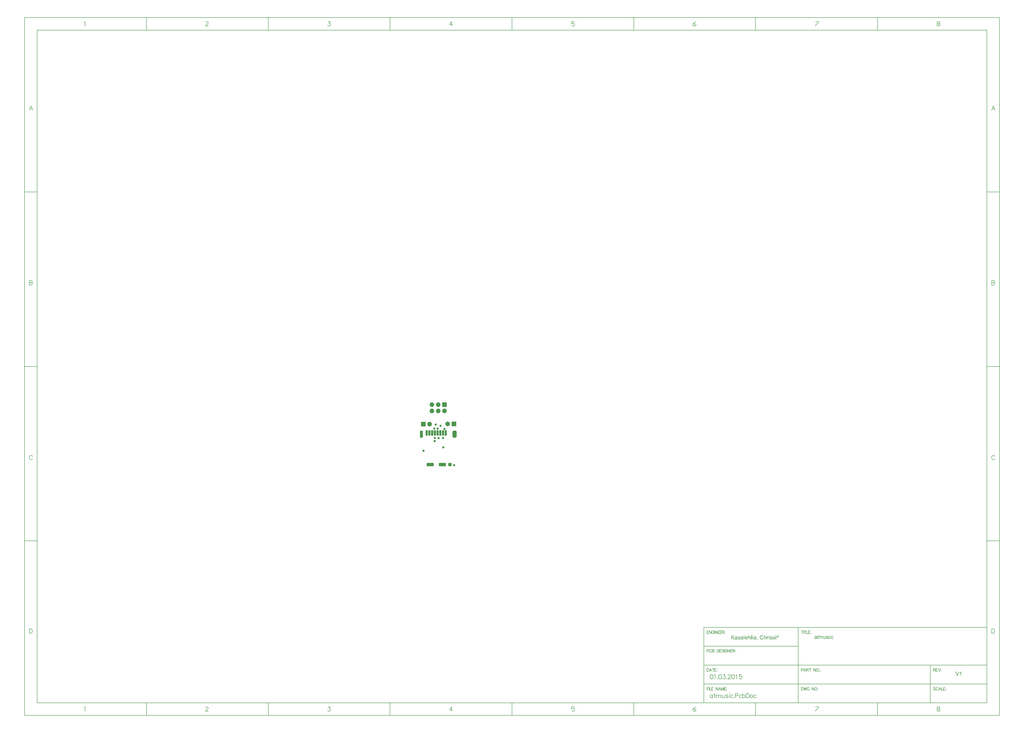
<source format=gbs>
%FSLAX44Y44*%
%MOMM*%
G71*
G01*
G75*
G04 Layer_Color=16711935*
G04:AMPARAMS|DCode=10|XSize=0.9mm|YSize=0.95mm|CornerRadius=0.135mm|HoleSize=0mm|Usage=FLASHONLY|Rotation=180.000|XOffset=0mm|YOffset=0mm|HoleType=Round|Shape=RoundedRectangle|*
%AMROUNDEDRECTD10*
21,1,0.9000,0.6800,0,0,180.0*
21,1,0.6300,0.9500,0,0,180.0*
1,1,0.2700,-0.3150,0.3400*
1,1,0.2700,0.3150,0.3400*
1,1,0.2700,0.3150,-0.3400*
1,1,0.2700,-0.3150,-0.3400*
%
%ADD10ROUNDEDRECTD10*%
G04:AMPARAMS|DCode=11|XSize=0.9mm|YSize=0.95mm|CornerRadius=0.135mm|HoleSize=0mm|Usage=FLASHONLY|Rotation=270.000|XOffset=0mm|YOffset=0mm|HoleType=Round|Shape=RoundedRectangle|*
%AMROUNDEDRECTD11*
21,1,0.9000,0.6800,0,0,270.0*
21,1,0.6300,0.9500,0,0,270.0*
1,1,0.2700,-0.3400,-0.3150*
1,1,0.2700,-0.3400,0.3150*
1,1,0.2700,0.3400,0.3150*
1,1,0.2700,0.3400,-0.3150*
%
%ADD11ROUNDEDRECTD11*%
G04:AMPARAMS|DCode=12|XSize=1.85mm|YSize=1.3mm|CornerRadius=0.195mm|HoleSize=0mm|Usage=FLASHONLY|Rotation=0.000|XOffset=0mm|YOffset=0mm|HoleType=Round|Shape=RoundedRectangle|*
%AMROUNDEDRECTD12*
21,1,1.8500,0.9100,0,0,0.0*
21,1,1.4600,1.3000,0,0,0.0*
1,1,0.3900,0.7300,-0.4550*
1,1,0.3900,-0.7300,-0.4550*
1,1,0.3900,-0.7300,0.4550*
1,1,0.3900,0.7300,0.4550*
%
%ADD12ROUNDEDRECTD12*%
G04:AMPARAMS|DCode=13|XSize=1mm|YSize=0.95mm|CornerRadius=0.2375mm|HoleSize=0mm|Usage=FLASHONLY|Rotation=0.000|XOffset=0mm|YOffset=0mm|HoleType=Round|Shape=RoundedRectangle|*
%AMROUNDEDRECTD13*
21,1,1.0000,0.4750,0,0,0.0*
21,1,0.5250,0.9500,0,0,0.0*
1,1,0.4750,0.2625,-0.2375*
1,1,0.4750,-0.2625,-0.2375*
1,1,0.4750,-0.2625,0.2375*
1,1,0.4750,0.2625,0.2375*
%
%ADD13ROUNDEDRECTD13*%
%ADD14O,1.8500X0.6000*%
G04:AMPARAMS|DCode=15|XSize=1.6mm|YSize=1.9mm|CornerRadius=0.4mm|HoleSize=0mm|Usage=FLASHONLY|Rotation=270.000|XOffset=0mm|YOffset=0mm|HoleType=Round|Shape=RoundedRectangle|*
%AMROUNDEDRECTD15*
21,1,1.6000,1.1000,0,0,270.0*
21,1,0.8000,1.9000,0,0,270.0*
1,1,0.8000,-0.5500,-0.4000*
1,1,0.8000,-0.5500,0.4000*
1,1,0.8000,0.5500,0.4000*
1,1,0.8000,0.5500,-0.4000*
%
%ADD15ROUNDEDRECTD15*%
G04:AMPARAMS|DCode=16|XSize=2.1mm|YSize=2mm|CornerRadius=0.5mm|HoleSize=0mm|Usage=FLASHONLY|Rotation=270.000|XOffset=0mm|YOffset=0mm|HoleType=Round|Shape=RoundedRectangle|*
%AMROUNDEDRECTD16*
21,1,2.1000,1.0000,0,0,270.0*
21,1,1.1000,2.0000,0,0,270.0*
1,1,1.0000,-0.5000,-0.5500*
1,1,1.0000,-0.5000,0.5500*
1,1,1.0000,0.5000,0.5500*
1,1,1.0000,0.5000,-0.5500*
%
%ADD16ROUNDEDRECTD16*%
G04:AMPARAMS|DCode=17|XSize=0.4mm|YSize=1.35mm|CornerRadius=0.1mm|HoleSize=0mm|Usage=FLASHONLY|Rotation=270.000|XOffset=0mm|YOffset=0mm|HoleType=Round|Shape=RoundedRectangle|*
%AMROUNDEDRECTD17*
21,1,0.4000,1.1500,0,0,270.0*
21,1,0.2000,1.3500,0,0,270.0*
1,1,0.2000,-0.5750,-0.1000*
1,1,0.2000,-0.5750,0.1000*
1,1,0.2000,0.5750,0.1000*
1,1,0.2000,0.5750,-0.1000*
%
%ADD17ROUNDEDRECTD17*%
G04:AMPARAMS|DCode=18|XSize=3.3mm|YSize=1.85mm|CornerRadius=0.4625mm|HoleSize=0mm|Usage=FLASHONLY|Rotation=180.000|XOffset=0mm|YOffset=0mm|HoleType=Round|Shape=RoundedRectangle|*
%AMROUNDEDRECTD18*
21,1,3.3000,0.9250,0,0,180.0*
21,1,2.3750,1.8500,0,0,180.0*
1,1,0.9250,-1.1875,0.4625*
1,1,0.9250,1.1875,0.4625*
1,1,0.9250,1.1875,-0.4625*
1,1,0.9250,-1.1875,-0.4625*
%
%ADD18ROUNDEDRECTD18*%
G04:AMPARAMS|DCode=19|XSize=0.95mm|YSize=1.85mm|CornerRadius=0.2375mm|HoleSize=0mm|Usage=FLASHONLY|Rotation=180.000|XOffset=0mm|YOffset=0mm|HoleType=Round|Shape=RoundedRectangle|*
%AMROUNDEDRECTD19*
21,1,0.9500,1.3750,0,0,180.0*
21,1,0.4750,1.8500,0,0,180.0*
1,1,0.4750,-0.2375,0.6875*
1,1,0.4750,0.2375,0.6875*
1,1,0.4750,0.2375,-0.6875*
1,1,0.4750,-0.2375,-0.6875*
%
%ADD19ROUNDEDRECTD19*%
%ADD20C,0.2000*%
%ADD21C,0.3000*%
%ADD22C,0.1270*%
%ADD23C,0.1778*%
%ADD24C,1.6500*%
%ADD25R,1.6500X1.6500*%
%ADD26C,0.7000*%
G04:AMPARAMS|DCode=27|XSize=1.2mm|YSize=1.2mm|CornerRadius=0.3mm|HoleSize=0mm|Usage=FLASHONLY|Rotation=0.000|XOffset=0mm|YOffset=0mm|HoleType=Round|Shape=RoundedRectangle|*
%AMROUNDEDRECTD27*
21,1,1.2000,0.6000,0,0,0.0*
21,1,0.6000,1.2000,0,0,0.0*
1,1,0.6000,0.3000,-0.3000*
1,1,0.6000,-0.3000,-0.3000*
1,1,0.6000,-0.3000,0.3000*
1,1,0.6000,0.3000,0.3000*
%
%ADD27ROUNDEDRECTD27*%
G04:AMPARAMS|DCode=28|XSize=2.7mm|YSize=1.2mm|CornerRadius=0.3mm|HoleSize=0mm|Usage=FLASHONLY|Rotation=0.000|XOffset=0mm|YOffset=0mm|HoleType=Round|Shape=RoundedRectangle|*
%AMROUNDEDRECTD28*
21,1,2.7000,0.6000,0,0,0.0*
21,1,2.1000,1.2000,0,0,0.0*
1,1,0.6000,1.0500,-0.3000*
1,1,0.6000,-1.0500,-0.3000*
1,1,0.6000,-1.0500,0.3000*
1,1,0.6000,1.0500,0.3000*
%
%ADD28ROUNDEDRECTD28*%
G04:AMPARAMS|DCode=29|XSize=1.5mm|YSize=2.6mm|CornerRadius=0.375mm|HoleSize=0mm|Usage=FLASHONLY|Rotation=0.000|XOffset=0mm|YOffset=0mm|HoleType=Round|Shape=RoundedRectangle|*
%AMROUNDEDRECTD29*
21,1,1.5000,1.8500,0,0,0.0*
21,1,0.7500,2.6000,0,0,0.0*
1,1,0.7500,0.3750,-0.9250*
1,1,0.7500,-0.3750,-0.9250*
1,1,0.7500,-0.3750,0.9250*
1,1,0.7500,0.3750,0.9250*
%
%ADD29ROUNDEDRECTD29*%
G04:AMPARAMS|DCode=30|XSize=1mm|YSize=2.6mm|CornerRadius=0.25mm|HoleSize=0mm|Usage=FLASHONLY|Rotation=0.000|XOffset=0mm|YOffset=0mm|HoleType=Round|Shape=RoundedRectangle|*
%AMROUNDEDRECTD30*
21,1,1.0000,2.1000,0,0,0.0*
21,1,0.5000,2.6000,0,0,0.0*
1,1,0.5000,0.2500,-1.0500*
1,1,0.5000,-0.2500,-1.0500*
1,1,0.5000,-0.2500,1.0500*
1,1,0.5000,0.2500,1.0500*
%
%ADD30ROUNDEDRECTD30*%
G04:AMPARAMS|DCode=31|XSize=0.7mm|YSize=2mm|CornerRadius=0.175mm|HoleSize=0mm|Usage=FLASHONLY|Rotation=0.000|XOffset=0mm|YOffset=0mm|HoleType=Round|Shape=RoundedRectangle|*
%AMROUNDEDRECTD31*
21,1,0.7000,1.6500,0,0,0.0*
21,1,0.3500,2.0000,0,0,0.0*
1,1,0.3500,0.1750,-0.8250*
1,1,0.3500,-0.1750,-0.8250*
1,1,0.3500,-0.1750,0.8250*
1,1,0.3500,0.1750,0.8250*
%
%ADD31ROUNDEDRECTD31*%
%ADD32C,0.2500*%
%ADD33C,0.6000*%
G04:AMPARAMS|DCode=34|XSize=1.1032mm|YSize=1.1532mm|CornerRadius=0.2366mm|HoleSize=0mm|Usage=FLASHONLY|Rotation=180.000|XOffset=0mm|YOffset=0mm|HoleType=Round|Shape=RoundedRectangle|*
%AMROUNDEDRECTD34*
21,1,1.1032,0.6800,0,0,180.0*
21,1,0.6300,1.1532,0,0,180.0*
1,1,0.4732,-0.3150,0.3400*
1,1,0.4732,0.3150,0.3400*
1,1,0.4732,0.3150,-0.3400*
1,1,0.4732,-0.3150,-0.3400*
%
%ADD34ROUNDEDRECTD34*%
G04:AMPARAMS|DCode=35|XSize=1.1032mm|YSize=1.1532mm|CornerRadius=0.2366mm|HoleSize=0mm|Usage=FLASHONLY|Rotation=270.000|XOffset=0mm|YOffset=0mm|HoleType=Round|Shape=RoundedRectangle|*
%AMROUNDEDRECTD35*
21,1,1.1032,0.6800,0,0,270.0*
21,1,0.6300,1.1532,0,0,270.0*
1,1,0.4732,-0.3400,-0.3150*
1,1,0.4732,-0.3400,0.3150*
1,1,0.4732,0.3400,0.3150*
1,1,0.4732,0.3400,-0.3150*
%
%ADD35ROUNDEDRECTD35*%
G04:AMPARAMS|DCode=36|XSize=2.0532mm|YSize=1.5032mm|CornerRadius=0.2966mm|HoleSize=0mm|Usage=FLASHONLY|Rotation=0.000|XOffset=0mm|YOffset=0mm|HoleType=Round|Shape=RoundedRectangle|*
%AMROUNDEDRECTD36*
21,1,2.0532,0.9100,0,0,0.0*
21,1,1.4600,1.5032,0,0,0.0*
1,1,0.5932,0.7300,-0.4550*
1,1,0.5932,-0.7300,-0.4550*
1,1,0.5932,-0.7300,0.4550*
1,1,0.5932,0.7300,0.4550*
%
%ADD36ROUNDEDRECTD36*%
G04:AMPARAMS|DCode=37|XSize=1.2032mm|YSize=1.1532mm|CornerRadius=0.3391mm|HoleSize=0mm|Usage=FLASHONLY|Rotation=0.000|XOffset=0mm|YOffset=0mm|HoleType=Round|Shape=RoundedRectangle|*
%AMROUNDEDRECTD37*
21,1,1.2032,0.4750,0,0,0.0*
21,1,0.5250,1.1532,0,0,0.0*
1,1,0.6782,0.2625,-0.2375*
1,1,0.6782,-0.2625,-0.2375*
1,1,0.6782,-0.2625,0.2375*
1,1,0.6782,0.2625,0.2375*
%
%ADD37ROUNDEDRECTD37*%
%ADD38O,2.0532X0.8032*%
G04:AMPARAMS|DCode=39|XSize=1.8032mm|YSize=2.1032mm|CornerRadius=0.5016mm|HoleSize=0mm|Usage=FLASHONLY|Rotation=270.000|XOffset=0mm|YOffset=0mm|HoleType=Round|Shape=RoundedRectangle|*
%AMROUNDEDRECTD39*
21,1,1.8032,1.1000,0,0,270.0*
21,1,0.8000,2.1032,0,0,270.0*
1,1,1.0032,-0.5500,-0.4000*
1,1,1.0032,-0.5500,0.4000*
1,1,1.0032,0.5500,0.4000*
1,1,1.0032,0.5500,-0.4000*
%
%ADD39ROUNDEDRECTD39*%
G04:AMPARAMS|DCode=40|XSize=2.3032mm|YSize=2.2032mm|CornerRadius=0.6016mm|HoleSize=0mm|Usage=FLASHONLY|Rotation=270.000|XOffset=0mm|YOffset=0mm|HoleType=Round|Shape=RoundedRectangle|*
%AMROUNDEDRECTD40*
21,1,2.3032,1.0000,0,0,270.0*
21,1,1.1000,2.2032,0,0,270.0*
1,1,1.2032,-0.5000,-0.5500*
1,1,1.2032,-0.5000,0.5500*
1,1,1.2032,0.5000,0.5500*
1,1,1.2032,0.5000,-0.5500*
%
%ADD40ROUNDEDRECTD40*%
G04:AMPARAMS|DCode=41|XSize=0.6032mm|YSize=1.5532mm|CornerRadius=0.2016mm|HoleSize=0mm|Usage=FLASHONLY|Rotation=270.000|XOffset=0mm|YOffset=0mm|HoleType=Round|Shape=RoundedRectangle|*
%AMROUNDEDRECTD41*
21,1,0.6032,1.1500,0,0,270.0*
21,1,0.2000,1.5532,0,0,270.0*
1,1,0.4032,-0.5750,-0.1000*
1,1,0.4032,-0.5750,0.1000*
1,1,0.4032,0.5750,0.1000*
1,1,0.4032,0.5750,-0.1000*
%
%ADD41ROUNDEDRECTD41*%
G04:AMPARAMS|DCode=42|XSize=3.5032mm|YSize=2.0532mm|CornerRadius=0.5641mm|HoleSize=0mm|Usage=FLASHONLY|Rotation=180.000|XOffset=0mm|YOffset=0mm|HoleType=Round|Shape=RoundedRectangle|*
%AMROUNDEDRECTD42*
21,1,3.5032,0.9250,0,0,180.0*
21,1,2.3750,2.0532,0,0,180.0*
1,1,1.1282,-1.1875,0.4625*
1,1,1.1282,1.1875,0.4625*
1,1,1.1282,1.1875,-0.4625*
1,1,1.1282,-1.1875,-0.4625*
%
%ADD42ROUNDEDRECTD42*%
G04:AMPARAMS|DCode=43|XSize=1.1532mm|YSize=2.0532mm|CornerRadius=0.3391mm|HoleSize=0mm|Usage=FLASHONLY|Rotation=180.000|XOffset=0mm|YOffset=0mm|HoleType=Round|Shape=RoundedRectangle|*
%AMROUNDEDRECTD43*
21,1,1.1532,1.3750,0,0,180.0*
21,1,0.4750,2.0532,0,0,180.0*
1,1,0.6782,-0.2375,0.6875*
1,1,0.6782,0.2375,0.6875*
1,1,0.6782,0.2375,-0.6875*
1,1,0.6782,-0.2375,-0.6875*
%
%ADD43ROUNDEDRECTD43*%
%ADD44C,1.8532*%
%ADD45R,1.8532X1.8532*%
%ADD46C,0.9032*%
G04:AMPARAMS|DCode=47|XSize=1.4032mm|YSize=1.4032mm|CornerRadius=0.4016mm|HoleSize=0mm|Usage=FLASHONLY|Rotation=0.000|XOffset=0mm|YOffset=0mm|HoleType=Round|Shape=RoundedRectangle|*
%AMROUNDEDRECTD47*
21,1,1.4032,0.6000,0,0,0.0*
21,1,0.6000,1.4032,0,0,0.0*
1,1,0.8032,0.3000,-0.3000*
1,1,0.8032,-0.3000,-0.3000*
1,1,0.8032,-0.3000,0.3000*
1,1,0.8032,0.3000,0.3000*
%
%ADD47ROUNDEDRECTD47*%
G04:AMPARAMS|DCode=48|XSize=2.9032mm|YSize=1.4032mm|CornerRadius=0.4016mm|HoleSize=0mm|Usage=FLASHONLY|Rotation=0.000|XOffset=0mm|YOffset=0mm|HoleType=Round|Shape=RoundedRectangle|*
%AMROUNDEDRECTD48*
21,1,2.9032,0.6000,0,0,0.0*
21,1,2.1000,1.4032,0,0,0.0*
1,1,0.8032,1.0500,-0.3000*
1,1,0.8032,-1.0500,-0.3000*
1,1,0.8032,-1.0500,0.3000*
1,1,0.8032,1.0500,0.3000*
%
%ADD48ROUNDEDRECTD48*%
G04:AMPARAMS|DCode=49|XSize=1.7032mm|YSize=2.8032mm|CornerRadius=0.4766mm|HoleSize=0mm|Usage=FLASHONLY|Rotation=0.000|XOffset=0mm|YOffset=0mm|HoleType=Round|Shape=RoundedRectangle|*
%AMROUNDEDRECTD49*
21,1,1.7032,1.8500,0,0,0.0*
21,1,0.7500,2.8032,0,0,0.0*
1,1,0.9532,0.3750,-0.9250*
1,1,0.9532,-0.3750,-0.9250*
1,1,0.9532,-0.3750,0.9250*
1,1,0.9532,0.3750,0.9250*
%
%ADD49ROUNDEDRECTD49*%
G04:AMPARAMS|DCode=50|XSize=1.2032mm|YSize=2.8032mm|CornerRadius=0.3516mm|HoleSize=0mm|Usage=FLASHONLY|Rotation=0.000|XOffset=0mm|YOffset=0mm|HoleType=Round|Shape=RoundedRectangle|*
%AMROUNDEDRECTD50*
21,1,1.2032,2.1000,0,0,0.0*
21,1,0.5000,2.8032,0,0,0.0*
1,1,0.7032,0.2500,-1.0500*
1,1,0.7032,-0.2500,-1.0500*
1,1,0.7032,-0.2500,1.0500*
1,1,0.7032,0.2500,1.0500*
%
%ADD50ROUNDEDRECTD50*%
G04:AMPARAMS|DCode=51|XSize=0.9032mm|YSize=2.2032mm|CornerRadius=0.2766mm|HoleSize=0mm|Usage=FLASHONLY|Rotation=0.000|XOffset=0mm|YOffset=0mm|HoleType=Round|Shape=RoundedRectangle|*
%AMROUNDEDRECTD51*
21,1,0.9032,1.6500,0,0,0.0*
21,1,0.3500,2.2032,0,0,0.0*
1,1,0.5532,0.1750,-0.8250*
1,1,0.5532,-0.1750,-0.8250*
1,1,0.5532,-0.1750,0.8250*
1,1,0.5532,0.1750,0.8250*
%
%ADD51ROUNDEDRECTD51*%
G36*
X1756599Y-692000D02*
X1754633D01*
Y-680384D01*
X1756599D01*
Y-692000D01*
D02*
G37*
G36*
X1783973D02*
X1782006D01*
Y-680384D01*
X1783973D01*
Y-692000D01*
D02*
G37*
G36*
X1699098Y-680153D02*
X1699445Y-680176D01*
X1699838Y-680222D01*
X1700232Y-680292D01*
X1700625Y-680384D01*
X1700995Y-680500D01*
X1701042Y-680523D01*
X1701157Y-680569D01*
X1701319Y-680639D01*
X1701528Y-680731D01*
X1701759Y-680870D01*
X1701990Y-681009D01*
X1702199Y-681194D01*
X1702384Y-681379D01*
X1702407Y-681402D01*
X1702453Y-681472D01*
X1702523Y-681587D01*
X1702615Y-681726D01*
X1702731Y-681934D01*
X1702823Y-682143D01*
X1702916Y-682397D01*
X1702985Y-682698D01*
Y-682721D01*
X1703009Y-682791D01*
X1703032Y-682929D01*
X1703055Y-683114D01*
Y-683369D01*
X1703078Y-683670D01*
X1703101Y-684063D01*
Y-684503D01*
Y-687141D01*
Y-687164D01*
Y-687256D01*
Y-687395D01*
Y-687580D01*
Y-687789D01*
Y-688043D01*
X1703124Y-688598D01*
Y-689177D01*
X1703147Y-689755D01*
X1703170Y-690010D01*
Y-690241D01*
X1703194Y-690450D01*
X1703217Y-690612D01*
Y-690635D01*
X1703240Y-690727D01*
X1703263Y-690866D01*
X1703332Y-691051D01*
X1703379Y-691260D01*
X1703471Y-691491D01*
X1703587Y-691746D01*
X1703703Y-692000D01*
X1701643D01*
X1701620Y-691977D01*
X1701597Y-691884D01*
X1701551Y-691769D01*
X1701481Y-691583D01*
X1701412Y-691375D01*
X1701366Y-691121D01*
X1701319Y-690843D01*
X1701273Y-690542D01*
X1701250D01*
X1701227Y-690589D01*
X1701088Y-690704D01*
X1700880Y-690866D01*
X1700602Y-691074D01*
X1700255Y-691283D01*
X1699908Y-691514D01*
X1699538Y-691722D01*
X1699144Y-691884D01*
X1699098Y-691907D01*
X1698959Y-691931D01*
X1698751Y-692000D01*
X1698496Y-692069D01*
X1698172Y-692139D01*
X1697802Y-692185D01*
X1697386Y-692231D01*
X1696969Y-692254D01*
X1696784D01*
X1696645Y-692231D01*
X1696483D01*
X1696298Y-692208D01*
X1695882Y-692139D01*
X1695419Y-692023D01*
X1694910Y-691861D01*
X1694447Y-691630D01*
X1694030Y-691329D01*
X1693984Y-691283D01*
X1693868Y-691167D01*
X1693706Y-690959D01*
X1693521Y-690681D01*
X1693336Y-690334D01*
X1693174Y-689941D01*
X1693058Y-689455D01*
X1693035Y-689223D01*
X1693012Y-688946D01*
Y-688899D01*
Y-688807D01*
X1693035Y-688645D01*
X1693058Y-688437D01*
X1693105Y-688182D01*
X1693174Y-687927D01*
X1693267Y-687650D01*
X1693383Y-687395D01*
X1693406Y-687372D01*
X1693452Y-687280D01*
X1693544Y-687141D01*
X1693660Y-686979D01*
X1693799Y-686794D01*
X1693984Y-686609D01*
X1694169Y-686423D01*
X1694401Y-686261D01*
X1694424Y-686238D01*
X1694516Y-686192D01*
X1694632Y-686099D01*
X1694817Y-686007D01*
X1695025Y-685914D01*
X1695280Y-685799D01*
X1695535Y-685706D01*
X1695835Y-685613D01*
X1695858D01*
X1695951Y-685590D01*
X1696090Y-685544D01*
X1696275Y-685521D01*
X1696506Y-685475D01*
X1696807Y-685428D01*
X1697154Y-685359D01*
X1697571Y-685313D01*
X1697594D01*
X1697686Y-685290D01*
X1697802D01*
X1697964Y-685266D01*
X1698149Y-685243D01*
X1698381Y-685197D01*
X1698635Y-685174D01*
X1698913Y-685128D01*
X1699468Y-685012D01*
X1700070Y-684896D01*
X1700602Y-684757D01*
X1700856Y-684688D01*
X1701088Y-684619D01*
Y-684595D01*
Y-684549D01*
X1701111Y-684410D01*
Y-684248D01*
Y-684156D01*
Y-684109D01*
Y-684086D01*
Y-684063D01*
Y-683924D01*
X1701088Y-683693D01*
X1701042Y-683438D01*
X1700972Y-683161D01*
X1700856Y-682883D01*
X1700718Y-682628D01*
X1700533Y-682420D01*
X1700509Y-682397D01*
X1700394Y-682305D01*
X1700209Y-682212D01*
X1699977Y-682073D01*
X1699653Y-681957D01*
X1699283Y-681842D01*
X1698820Y-681772D01*
X1698288Y-681749D01*
X1698057D01*
X1697825Y-681772D01*
X1697501Y-681819D01*
X1697177Y-681865D01*
X1696830Y-681957D01*
X1696506Y-682073D01*
X1696229Y-682235D01*
X1696205Y-682258D01*
X1696113Y-682328D01*
X1695997Y-682443D01*
X1695858Y-682628D01*
X1695720Y-682860D01*
X1695558Y-683161D01*
X1695419Y-683531D01*
X1695280Y-683948D01*
X1693359Y-683693D01*
Y-683670D01*
X1693383Y-683647D01*
Y-683577D01*
X1693406Y-683485D01*
X1693475Y-683276D01*
X1693568Y-682976D01*
X1693683Y-682675D01*
X1693822Y-682351D01*
X1694007Y-682027D01*
X1694216Y-681726D01*
X1694239Y-681703D01*
X1694331Y-681610D01*
X1694470Y-681472D01*
X1694655Y-681286D01*
X1694910Y-681101D01*
X1695211Y-680916D01*
X1695558Y-680708D01*
X1695951Y-680546D01*
X1695974D01*
X1695997Y-680523D01*
X1696067Y-680500D01*
X1696159Y-680477D01*
X1696391Y-680407D01*
X1696715Y-680338D01*
X1697085Y-680268D01*
X1697548Y-680199D01*
X1698033Y-680153D01*
X1698589Y-680129D01*
X1698843D01*
X1699098Y-680153D01*
D02*
G37*
G36*
X1736699Y-681726D02*
X1736723Y-681703D01*
X1736769Y-681657D01*
X1736838Y-681587D01*
X1736954Y-681472D01*
X1737070Y-681356D01*
X1737232Y-681217D01*
X1737440Y-681078D01*
X1737648Y-680916D01*
X1737880Y-680777D01*
X1738134Y-680639D01*
X1738736Y-680384D01*
X1739060Y-680268D01*
X1739407Y-680199D01*
X1739777Y-680153D01*
X1740147Y-680129D01*
X1740356D01*
X1740610Y-680153D01*
X1740911Y-680199D01*
X1741258Y-680245D01*
X1741628Y-680338D01*
X1741998Y-680477D01*
X1742369Y-680639D01*
X1742415Y-680662D01*
X1742531Y-680731D01*
X1742693Y-680847D01*
X1742901Y-681009D01*
X1743109Y-681217D01*
X1743340Y-681448D01*
X1743549Y-681726D01*
X1743734Y-682050D01*
X1743757Y-682096D01*
X1743803Y-682212D01*
X1743873Y-682420D01*
X1743942Y-682721D01*
X1744012Y-683091D01*
X1744081Y-683531D01*
X1744127Y-684063D01*
X1744150Y-684665D01*
Y-692000D01*
X1742184D01*
Y-684642D01*
Y-684619D01*
Y-684572D01*
Y-684503D01*
Y-684410D01*
X1742160Y-684156D01*
X1742114Y-683832D01*
X1742021Y-683485D01*
X1741906Y-683138D01*
X1741744Y-682791D01*
X1741536Y-682513D01*
X1741512Y-682490D01*
X1741420Y-682397D01*
X1741281Y-682281D01*
X1741073Y-682166D01*
X1740818Y-682027D01*
X1740517Y-681934D01*
X1740147Y-681842D01*
X1739731Y-681819D01*
X1739592D01*
X1739430Y-681842D01*
X1739198Y-681865D01*
X1738967Y-681934D01*
X1738689Y-682004D01*
X1738412Y-682120D01*
X1738111Y-682281D01*
X1738088Y-682305D01*
X1737995Y-682374D01*
X1737856Y-682467D01*
X1737694Y-682605D01*
X1737509Y-682791D01*
X1737324Y-682999D01*
X1737162Y-683253D01*
X1737023Y-683531D01*
X1737000Y-683577D01*
X1736977Y-683670D01*
X1736931Y-683855D01*
X1736861Y-684086D01*
X1736792Y-684387D01*
X1736746Y-684757D01*
X1736723Y-685174D01*
X1736699Y-685660D01*
Y-692000D01*
X1734733D01*
Y-675987D01*
X1736699D01*
Y-681726D01*
D02*
G37*
G36*
X1634493Y-680153D02*
X1634840Y-680176D01*
X1635210Y-680222D01*
X1635603Y-680315D01*
X1636020Y-680407D01*
X1636413Y-680546D01*
X1636436D01*
X1636460Y-680569D01*
X1636575Y-680615D01*
X1636760Y-680708D01*
X1636992Y-680824D01*
X1637246Y-680986D01*
X1637501Y-681171D01*
X1637732Y-681379D01*
X1637941Y-681610D01*
X1637964Y-681634D01*
X1638010Y-681726D01*
X1638103Y-681888D01*
X1638218Y-682073D01*
X1638334Y-682351D01*
X1638450Y-682652D01*
X1638542Y-682999D01*
X1638635Y-683392D01*
X1636714Y-683647D01*
Y-683600D01*
X1636691Y-683508D01*
X1636645Y-683346D01*
X1636575Y-683138D01*
X1636460Y-682929D01*
X1636321Y-682698D01*
X1636159Y-682467D01*
X1635927Y-682258D01*
X1635904Y-682235D01*
X1635812Y-682189D01*
X1635673Y-682096D01*
X1635465Y-682004D01*
X1635233Y-681911D01*
X1634932Y-681819D01*
X1634562Y-681772D01*
X1634169Y-681749D01*
X1633937D01*
X1633706Y-681772D01*
X1633405Y-681796D01*
X1633104Y-681865D01*
X1632780Y-681934D01*
X1632480Y-682050D01*
X1632225Y-682212D01*
X1632202Y-682235D01*
X1632133Y-682281D01*
X1632040Y-682374D01*
X1631947Y-682513D01*
X1631832Y-682652D01*
X1631739Y-682837D01*
X1631670Y-683045D01*
X1631647Y-683253D01*
Y-683276D01*
Y-683323D01*
X1631670Y-683392D01*
Y-683485D01*
X1631739Y-683716D01*
X1631878Y-683948D01*
X1631901Y-683971D01*
X1631924Y-683994D01*
X1631971Y-684063D01*
X1632063Y-684133D01*
X1632156Y-684202D01*
X1632294Y-684295D01*
X1632457Y-684364D01*
X1632642Y-684456D01*
X1632665D01*
X1632711Y-684480D01*
X1632803Y-684503D01*
X1632966Y-684572D01*
X1633197Y-684642D01*
X1633498Y-684711D01*
X1633683Y-684781D01*
X1633891Y-684827D01*
X1634122Y-684896D01*
X1634377Y-684966D01*
X1634400D01*
X1634470Y-684989D01*
X1634585Y-685012D01*
X1634724Y-685058D01*
X1634886Y-685104D01*
X1635094Y-685151D01*
X1635534Y-685290D01*
X1636020Y-685428D01*
X1636506Y-685590D01*
X1636945Y-685752D01*
X1637131Y-685822D01*
X1637293Y-685891D01*
X1637339Y-685914D01*
X1637431Y-685961D01*
X1637570Y-686030D01*
X1637778Y-686146D01*
X1637987Y-686285D01*
X1638195Y-686470D01*
X1638403Y-686678D01*
X1638588Y-686909D01*
X1638611Y-686933D01*
X1638658Y-687025D01*
X1638750Y-687164D01*
X1638843Y-687372D01*
X1638912Y-687627D01*
X1639005Y-687904D01*
X1639051Y-688228D01*
X1639074Y-688598D01*
Y-688645D01*
Y-688761D01*
X1639051Y-688946D01*
X1639005Y-689200D01*
X1638936Y-689478D01*
X1638820Y-689779D01*
X1638681Y-690126D01*
X1638496Y-690450D01*
X1638473Y-690496D01*
X1638380Y-690589D01*
X1638264Y-690751D01*
X1638079Y-690936D01*
X1637825Y-691144D01*
X1637547Y-691375D01*
X1637223Y-691583D01*
X1636830Y-691792D01*
X1636807D01*
X1636783Y-691815D01*
X1636645Y-691861D01*
X1636413Y-691931D01*
X1636113Y-692023D01*
X1635742Y-692116D01*
X1635326Y-692185D01*
X1634886Y-692231D01*
X1634377Y-692254D01*
X1634169D01*
X1634007Y-692231D01*
X1633822D01*
X1633590Y-692208D01*
X1633359Y-692185D01*
X1633104Y-692139D01*
X1632549Y-692023D01*
X1631971Y-691861D01*
X1631415Y-691630D01*
X1631161Y-691491D01*
X1630929Y-691329D01*
X1630906Y-691306D01*
X1630883Y-691283D01*
X1630744Y-691144D01*
X1630536Y-690936D01*
X1630305Y-690612D01*
X1630050Y-690218D01*
X1629795Y-689755D01*
X1629587Y-689177D01*
X1629425Y-688529D01*
X1631369Y-688228D01*
Y-688251D01*
Y-688275D01*
X1631415Y-688413D01*
X1631461Y-688645D01*
X1631554Y-688899D01*
X1631670Y-689177D01*
X1631808Y-689478D01*
X1632017Y-689779D01*
X1632271Y-690033D01*
X1632318Y-690056D01*
X1632410Y-690126D01*
X1632595Y-690218D01*
X1632827Y-690334D01*
X1633127Y-690450D01*
X1633475Y-690542D01*
X1633891Y-690612D01*
X1634377Y-690635D01*
X1634608D01*
X1634840Y-690612D01*
X1635141Y-690565D01*
X1635465Y-690496D01*
X1635812Y-690403D01*
X1636113Y-690288D01*
X1636390Y-690103D01*
X1636413Y-690079D01*
X1636506Y-690010D01*
X1636598Y-689894D01*
X1636737Y-689732D01*
X1636853Y-689547D01*
X1636969Y-689316D01*
X1637038Y-689084D01*
X1637061Y-688807D01*
Y-688784D01*
Y-688691D01*
X1637038Y-688575D01*
X1636992Y-688413D01*
X1636922Y-688251D01*
X1636807Y-688089D01*
X1636668Y-687904D01*
X1636460Y-687766D01*
X1636436Y-687742D01*
X1636367Y-687719D01*
X1636251Y-687650D01*
X1636066Y-687580D01*
X1635789Y-687488D01*
X1635627Y-687418D01*
X1635441Y-687372D01*
X1635233Y-687303D01*
X1635002Y-687233D01*
X1634747Y-687164D01*
X1634446Y-687094D01*
X1634423D01*
X1634354Y-687071D01*
X1634238Y-687048D01*
X1634099Y-687002D01*
X1633914Y-686956D01*
X1633706Y-686886D01*
X1633266Y-686770D01*
X1632757Y-686609D01*
X1632271Y-686470D01*
X1631808Y-686308D01*
X1631600Y-686215D01*
X1631438Y-686146D01*
X1631392Y-686123D01*
X1631299Y-686076D01*
X1631161Y-685984D01*
X1630975Y-685868D01*
X1630767Y-685706D01*
X1630559Y-685521D01*
X1630351Y-685313D01*
X1630166Y-685058D01*
X1630143Y-685035D01*
X1630096Y-684942D01*
X1630027Y-684781D01*
X1629957Y-684595D01*
X1629888Y-684364D01*
X1629819Y-684086D01*
X1629772Y-683809D01*
X1629749Y-683485D01*
Y-683438D01*
Y-683346D01*
X1629772Y-683207D01*
X1629795Y-682999D01*
X1629842Y-682791D01*
X1629888Y-682536D01*
X1629980Y-682305D01*
X1630096Y-682050D01*
X1630119Y-682027D01*
X1630166Y-681934D01*
X1630235Y-681819D01*
X1630351Y-681657D01*
X1630490Y-681495D01*
X1630652Y-681286D01*
X1630837Y-681101D01*
X1631068Y-680939D01*
X1631091Y-680916D01*
X1631161Y-680893D01*
X1631253Y-680824D01*
X1631392Y-680754D01*
X1631577Y-680662D01*
X1631785Y-680569D01*
X1632040Y-680477D01*
X1632318Y-680384D01*
X1632364Y-680361D01*
X1632457Y-680338D01*
X1632618Y-680292D01*
X1632827Y-680245D01*
X1633081Y-680199D01*
X1633359Y-680176D01*
X1633683Y-680129D01*
X1634238D01*
X1634493Y-680153D01*
D02*
G37*
G36*
X1763888D02*
X1764235Y-680176D01*
X1764606Y-680222D01*
X1764999Y-680315D01*
X1765415Y-680407D01*
X1765809Y-680546D01*
X1765832D01*
X1765855Y-680569D01*
X1765971Y-680615D01*
X1766156Y-680708D01*
X1766387Y-680824D01*
X1766642Y-680986D01*
X1766896Y-681171D01*
X1767128Y-681379D01*
X1767336Y-681610D01*
X1767359Y-681634D01*
X1767405Y-681726D01*
X1767498Y-681888D01*
X1767614Y-682073D01*
X1767729Y-682351D01*
X1767845Y-682652D01*
X1767938Y-682999D01*
X1768030Y-683392D01*
X1766110Y-683647D01*
Y-683600D01*
X1766086Y-683508D01*
X1766040Y-683346D01*
X1765971Y-683138D01*
X1765855Y-682929D01*
X1765716Y-682698D01*
X1765554Y-682467D01*
X1765323Y-682258D01*
X1765300Y-682235D01*
X1765207Y-682189D01*
X1765068Y-682096D01*
X1764860Y-682004D01*
X1764629Y-681911D01*
X1764328Y-681819D01*
X1763958Y-681772D01*
X1763564Y-681749D01*
X1763333D01*
X1763102Y-681772D01*
X1762801Y-681796D01*
X1762500Y-681865D01*
X1762176Y-681934D01*
X1761875Y-682050D01*
X1761621Y-682212D01*
X1761597Y-682235D01*
X1761528Y-682281D01*
X1761436Y-682374D01*
X1761343Y-682513D01*
X1761227Y-682652D01*
X1761135Y-682837D01*
X1761065Y-683045D01*
X1761042Y-683253D01*
Y-683276D01*
Y-683323D01*
X1761065Y-683392D01*
Y-683485D01*
X1761135Y-683716D01*
X1761273Y-683948D01*
X1761297Y-683971D01*
X1761320Y-683994D01*
X1761366Y-684063D01*
X1761459Y-684133D01*
X1761551Y-684202D01*
X1761690Y-684295D01*
X1761852Y-684364D01*
X1762037Y-684456D01*
X1762060D01*
X1762106Y-684480D01*
X1762199Y-684503D01*
X1762361Y-684572D01*
X1762592Y-684642D01*
X1762893Y-684711D01*
X1763078Y-684781D01*
X1763287Y-684827D01*
X1763518Y-684896D01*
X1763772Y-684966D01*
X1763796D01*
X1763865Y-684989D01*
X1763981Y-685012D01*
X1764120Y-685058D01*
X1764282Y-685104D01*
X1764490Y-685151D01*
X1764930Y-685290D01*
X1765415Y-685428D01*
X1765901Y-685590D01*
X1766341Y-685752D01*
X1766526Y-685822D01*
X1766688Y-685891D01*
X1766734Y-685914D01*
X1766827Y-685961D01*
X1766966Y-686030D01*
X1767174Y-686146D01*
X1767382Y-686285D01*
X1767590Y-686470D01*
X1767799Y-686678D01*
X1767984Y-686909D01*
X1768007Y-686933D01*
X1768053Y-687025D01*
X1768146Y-687164D01*
X1768238Y-687372D01*
X1768308Y-687627D01*
X1768400Y-687904D01*
X1768447Y-688228D01*
X1768470Y-688598D01*
Y-688645D01*
Y-688761D01*
X1768447Y-688946D01*
X1768400Y-689200D01*
X1768331Y-689478D01*
X1768215Y-689779D01*
X1768076Y-690126D01*
X1767891Y-690450D01*
X1767868Y-690496D01*
X1767776Y-690589D01*
X1767660Y-690751D01*
X1767475Y-690936D01*
X1767220Y-691144D01*
X1766943Y-691375D01*
X1766619Y-691583D01*
X1766225Y-691792D01*
X1766202D01*
X1766179Y-691815D01*
X1766040Y-691861D01*
X1765809Y-691931D01*
X1765508Y-692023D01*
X1765138Y-692116D01*
X1764721Y-692185D01*
X1764282Y-692231D01*
X1763772Y-692254D01*
X1763564D01*
X1763402Y-692231D01*
X1763217D01*
X1762986Y-692208D01*
X1762754Y-692185D01*
X1762500Y-692139D01*
X1761944Y-692023D01*
X1761366Y-691861D01*
X1760811Y-691630D01*
X1760556Y-691491D01*
X1760325Y-691329D01*
X1760302Y-691306D01*
X1760278Y-691283D01*
X1760140Y-691144D01*
X1759931Y-690936D01*
X1759700Y-690612D01*
X1759445Y-690218D01*
X1759191Y-689755D01*
X1758983Y-689177D01*
X1758821Y-688529D01*
X1760764Y-688228D01*
Y-688251D01*
Y-688275D01*
X1760811Y-688413D01*
X1760857Y-688645D01*
X1760950Y-688899D01*
X1761065Y-689177D01*
X1761204Y-689478D01*
X1761412Y-689779D01*
X1761667Y-690033D01*
X1761713Y-690056D01*
X1761806Y-690126D01*
X1761991Y-690218D01*
X1762222Y-690334D01*
X1762523Y-690450D01*
X1762870Y-690542D01*
X1763287Y-690612D01*
X1763772Y-690635D01*
X1764004D01*
X1764235Y-690612D01*
X1764536Y-690565D01*
X1764860Y-690496D01*
X1765207Y-690403D01*
X1765508Y-690288D01*
X1765786Y-690103D01*
X1765809Y-690079D01*
X1765901Y-690010D01*
X1765994Y-689894D01*
X1766133Y-689732D01*
X1766248Y-689547D01*
X1766364Y-689316D01*
X1766434Y-689084D01*
X1766457Y-688807D01*
Y-688784D01*
Y-688691D01*
X1766434Y-688575D01*
X1766387Y-688413D01*
X1766318Y-688251D01*
X1766202Y-688089D01*
X1766063Y-687904D01*
X1765855Y-687766D01*
X1765832Y-687742D01*
X1765762Y-687719D01*
X1765647Y-687650D01*
X1765462Y-687580D01*
X1765184Y-687488D01*
X1765022Y-687418D01*
X1764837Y-687372D01*
X1764629Y-687303D01*
X1764397Y-687233D01*
X1764143Y-687164D01*
X1763842Y-687094D01*
X1763819D01*
X1763749Y-687071D01*
X1763634Y-687048D01*
X1763495Y-687002D01*
X1763310Y-686956D01*
X1763102Y-686886D01*
X1762662Y-686770D01*
X1762153Y-686609D01*
X1761667Y-686470D01*
X1761204Y-686308D01*
X1760996Y-686215D01*
X1760834Y-686146D01*
X1760788Y-686123D01*
X1760695Y-686076D01*
X1760556Y-685984D01*
X1760371Y-685868D01*
X1760163Y-685706D01*
X1759955Y-685521D01*
X1759746Y-685313D01*
X1759561Y-685058D01*
X1759538Y-685035D01*
X1759492Y-684942D01*
X1759422Y-684781D01*
X1759353Y-684595D01*
X1759283Y-684364D01*
X1759214Y-684086D01*
X1759168Y-683809D01*
X1759145Y-683485D01*
Y-683438D01*
Y-683346D01*
X1759168Y-683207D01*
X1759191Y-682999D01*
X1759237Y-682791D01*
X1759283Y-682536D01*
X1759376Y-682305D01*
X1759492Y-682050D01*
X1759515Y-682027D01*
X1759561Y-681934D01*
X1759631Y-681819D01*
X1759746Y-681657D01*
X1759885Y-681495D01*
X1760047Y-681286D01*
X1760232Y-681101D01*
X1760464Y-680939D01*
X1760487Y-680916D01*
X1760556Y-680893D01*
X1760649Y-680824D01*
X1760788Y-680754D01*
X1760973Y-680662D01*
X1761181Y-680569D01*
X1761436Y-680477D01*
X1761713Y-680384D01*
X1761759Y-680361D01*
X1761852Y-680338D01*
X1762014Y-680292D01*
X1762222Y-680245D01*
X1762477Y-680199D01*
X1762754Y-680176D01*
X1763078Y-680129D01*
X1763634D01*
X1763888Y-680153D01*
D02*
G37*
G36*
X1795404Y-684456D02*
X1793437D01*
X1790730Y-677954D01*
X1788092Y-684456D01*
X1786079D01*
X1789943Y-675710D01*
X1791517D01*
X1795404Y-684456D01*
D02*
G37*
G36*
X1609225Y-682490D02*
X1616236Y-692000D01*
X1613436D01*
X1607744Y-683924D01*
X1605129Y-686447D01*
Y-692000D01*
X1603000D01*
Y-675987D01*
X1605129D01*
Y-683948D01*
X1613042Y-675987D01*
X1615935D01*
X1609225Y-682490D01*
D02*
G37*
G36*
X1623178Y-680153D02*
X1623525Y-680176D01*
X1623918Y-680222D01*
X1624311Y-680292D01*
X1624705Y-680384D01*
X1625075Y-680500D01*
X1625121Y-680523D01*
X1625237Y-680569D01*
X1625399Y-680639D01*
X1625607Y-680731D01*
X1625839Y-680870D01*
X1626070Y-681009D01*
X1626278Y-681194D01*
X1626463Y-681379D01*
X1626487Y-681402D01*
X1626533Y-681472D01*
X1626602Y-681587D01*
X1626695Y-681726D01*
X1626810Y-681934D01*
X1626903Y-682143D01*
X1626996Y-682397D01*
X1627065Y-682698D01*
Y-682721D01*
X1627088Y-682791D01*
X1627111Y-682929D01*
X1627134Y-683114D01*
Y-683369D01*
X1627157Y-683670D01*
X1627181Y-684063D01*
Y-684503D01*
Y-687141D01*
Y-687164D01*
Y-687256D01*
Y-687395D01*
Y-687580D01*
Y-687789D01*
Y-688043D01*
X1627204Y-688598D01*
Y-689177D01*
X1627227Y-689755D01*
X1627250Y-690010D01*
Y-690241D01*
X1627273Y-690450D01*
X1627296Y-690612D01*
Y-690635D01*
X1627319Y-690727D01*
X1627343Y-690866D01*
X1627412Y-691051D01*
X1627458Y-691260D01*
X1627551Y-691491D01*
X1627667Y-691746D01*
X1627782Y-692000D01*
X1625723D01*
X1625700Y-691977D01*
X1625677Y-691884D01*
X1625630Y-691769D01*
X1625561Y-691583D01*
X1625491Y-691375D01*
X1625445Y-691121D01*
X1625399Y-690843D01*
X1625353Y-690542D01*
X1625329D01*
X1625306Y-690589D01*
X1625168Y-690704D01*
X1624959Y-690866D01*
X1624682Y-691074D01*
X1624335Y-691283D01*
X1623987Y-691514D01*
X1623617Y-691722D01*
X1623224Y-691884D01*
X1623178Y-691907D01*
X1623039Y-691931D01*
X1622831Y-692000D01*
X1622576Y-692069D01*
X1622252Y-692139D01*
X1621882Y-692185D01*
X1621465Y-692231D01*
X1621049Y-692254D01*
X1620864D01*
X1620725Y-692231D01*
X1620563D01*
X1620378Y-692208D01*
X1619961Y-692139D01*
X1619498Y-692023D01*
X1618989Y-691861D01*
X1618526Y-691630D01*
X1618110Y-691329D01*
X1618064Y-691283D01*
X1617948Y-691167D01*
X1617786Y-690959D01*
X1617601Y-690681D01*
X1617416Y-690334D01*
X1617254Y-689941D01*
X1617138Y-689455D01*
X1617115Y-689223D01*
X1617092Y-688946D01*
Y-688899D01*
Y-688807D01*
X1617115Y-688645D01*
X1617138Y-688437D01*
X1617184Y-688182D01*
X1617254Y-687927D01*
X1617346Y-687650D01*
X1617462Y-687395D01*
X1617485Y-687372D01*
X1617531Y-687280D01*
X1617624Y-687141D01*
X1617740Y-686979D01*
X1617879Y-686794D01*
X1618064Y-686609D01*
X1618249Y-686423D01*
X1618480Y-686261D01*
X1618503Y-686238D01*
X1618596Y-686192D01*
X1618712Y-686099D01*
X1618897Y-686007D01*
X1619105Y-685914D01*
X1619360Y-685799D01*
X1619614Y-685706D01*
X1619915Y-685613D01*
X1619938D01*
X1620031Y-685590D01*
X1620169Y-685544D01*
X1620354Y-685521D01*
X1620586Y-685475D01*
X1620887Y-685428D01*
X1621234Y-685359D01*
X1621650Y-685313D01*
X1621673D01*
X1621766Y-685290D01*
X1621882D01*
X1622044Y-685266D01*
X1622229Y-685243D01*
X1622460Y-685197D01*
X1622715Y-685174D01*
X1622992Y-685128D01*
X1623548Y-685012D01*
X1624149Y-684896D01*
X1624682Y-684757D01*
X1624936Y-684688D01*
X1625168Y-684619D01*
Y-684595D01*
Y-684549D01*
X1625191Y-684410D01*
Y-684248D01*
Y-684156D01*
Y-684109D01*
Y-684086D01*
Y-684063D01*
Y-683924D01*
X1625168Y-683693D01*
X1625121Y-683438D01*
X1625052Y-683161D01*
X1624936Y-682883D01*
X1624797Y-682628D01*
X1624612Y-682420D01*
X1624589Y-682397D01*
X1624473Y-682305D01*
X1624288Y-682212D01*
X1624057Y-682073D01*
X1623733Y-681957D01*
X1623363Y-681842D01*
X1622900Y-681772D01*
X1622368Y-681749D01*
X1622136D01*
X1621905Y-681772D01*
X1621581Y-681819D01*
X1621257Y-681865D01*
X1620910Y-681957D01*
X1620586Y-682073D01*
X1620308Y-682235D01*
X1620285Y-682258D01*
X1620193Y-682328D01*
X1620077Y-682443D01*
X1619938Y-682628D01*
X1619799Y-682860D01*
X1619637Y-683161D01*
X1619498Y-683531D01*
X1619360Y-683948D01*
X1617439Y-683693D01*
Y-683670D01*
X1617462Y-683647D01*
Y-683577D01*
X1617485Y-683485D01*
X1617555Y-683276D01*
X1617647Y-682976D01*
X1617763Y-682675D01*
X1617902Y-682351D01*
X1618087Y-682027D01*
X1618295Y-681726D01*
X1618318Y-681703D01*
X1618411Y-681610D01*
X1618550Y-681472D01*
X1618735Y-681286D01*
X1618989Y-681101D01*
X1619290Y-680916D01*
X1619637Y-680708D01*
X1620031Y-680546D01*
X1620054D01*
X1620077Y-680523D01*
X1620146Y-680500D01*
X1620239Y-680477D01*
X1620470Y-680407D01*
X1620794Y-680338D01*
X1621164Y-680268D01*
X1621627Y-680199D01*
X1622113Y-680153D01*
X1622668Y-680129D01*
X1622923D01*
X1623178Y-680153D01*
D02*
G37*
G36*
X1646826D02*
X1647173Y-680176D01*
X1647567Y-680222D01*
X1647960Y-680292D01*
X1648353Y-680384D01*
X1648723Y-680500D01*
X1648770Y-680523D01*
X1648885Y-680569D01*
X1649047Y-680639D01*
X1649256Y-680731D01*
X1649487Y-680870D01*
X1649718Y-681009D01*
X1649927Y-681194D01*
X1650112Y-681379D01*
X1650135Y-681402D01*
X1650181Y-681472D01*
X1650251Y-681587D01*
X1650343Y-681726D01*
X1650459Y-681934D01*
X1650551Y-682143D01*
X1650644Y-682397D01*
X1650713Y-682698D01*
Y-682721D01*
X1650737Y-682791D01*
X1650760Y-682929D01*
X1650783Y-683114D01*
Y-683369D01*
X1650806Y-683670D01*
X1650829Y-684063D01*
Y-684503D01*
Y-687141D01*
Y-687164D01*
Y-687256D01*
Y-687395D01*
Y-687580D01*
Y-687789D01*
Y-688043D01*
X1650852Y-688598D01*
Y-689177D01*
X1650875Y-689755D01*
X1650899Y-690010D01*
Y-690241D01*
X1650922Y-690450D01*
X1650945Y-690612D01*
Y-690635D01*
X1650968Y-690727D01*
X1650991Y-690866D01*
X1651060Y-691051D01*
X1651107Y-691260D01*
X1651199Y-691491D01*
X1651315Y-691746D01*
X1651431Y-692000D01*
X1649371D01*
X1649348Y-691977D01*
X1649325Y-691884D01*
X1649279Y-691769D01*
X1649209Y-691583D01*
X1649140Y-691375D01*
X1649094Y-691121D01*
X1649047Y-690843D01*
X1649001Y-690542D01*
X1648978D01*
X1648955Y-690589D01*
X1648816Y-690704D01*
X1648608Y-690866D01*
X1648330Y-691074D01*
X1647983Y-691283D01*
X1647636Y-691514D01*
X1647266Y-691722D01*
X1646872Y-691884D01*
X1646826Y-691907D01*
X1646687Y-691931D01*
X1646479Y-692000D01*
X1646224Y-692069D01*
X1645900Y-692139D01*
X1645530Y-692185D01*
X1645114Y-692231D01*
X1644697Y-692254D01*
X1644512D01*
X1644373Y-692231D01*
X1644211D01*
X1644026Y-692208D01*
X1643610Y-692139D01*
X1643147Y-692023D01*
X1642638Y-691861D01*
X1642175Y-691630D01*
X1641759Y-691329D01*
X1641712Y-691283D01*
X1641597Y-691167D01*
X1641434Y-690959D01*
X1641249Y-690681D01*
X1641064Y-690334D01*
X1640902Y-689941D01*
X1640787Y-689455D01*
X1640764Y-689223D01*
X1640740Y-688946D01*
Y-688899D01*
Y-688807D01*
X1640764Y-688645D01*
X1640787Y-688437D01*
X1640833Y-688182D01*
X1640902Y-687927D01*
X1640995Y-687650D01*
X1641111Y-687395D01*
X1641134Y-687372D01*
X1641180Y-687280D01*
X1641273Y-687141D01*
X1641388Y-686979D01*
X1641527Y-686794D01*
X1641712Y-686609D01*
X1641897Y-686423D01*
X1642129Y-686261D01*
X1642152Y-686238D01*
X1642244Y-686192D01*
X1642360Y-686099D01*
X1642545Y-686007D01*
X1642753Y-685914D01*
X1643008Y-685799D01*
X1643263Y-685706D01*
X1643563Y-685613D01*
X1643586D01*
X1643679Y-685590D01*
X1643818Y-685544D01*
X1644003Y-685521D01*
X1644234Y-685475D01*
X1644535Y-685428D01*
X1644882Y-685359D01*
X1645299Y-685313D01*
X1645322D01*
X1645414Y-685290D01*
X1645530D01*
X1645692Y-685266D01*
X1645877Y-685243D01*
X1646109Y-685197D01*
X1646363Y-685174D01*
X1646641Y-685128D01*
X1647196Y-685012D01*
X1647798Y-684896D01*
X1648330Y-684757D01*
X1648585Y-684688D01*
X1648816Y-684619D01*
Y-684595D01*
Y-684549D01*
X1648839Y-684410D01*
Y-684248D01*
Y-684156D01*
Y-684109D01*
Y-684086D01*
Y-684063D01*
Y-683924D01*
X1648816Y-683693D01*
X1648770Y-683438D01*
X1648700Y-683161D01*
X1648585Y-682883D01*
X1648446Y-682628D01*
X1648261Y-682420D01*
X1648237Y-682397D01*
X1648122Y-682305D01*
X1647937Y-682212D01*
X1647705Y-682073D01*
X1647381Y-681957D01*
X1647011Y-681842D01*
X1646548Y-681772D01*
X1646016Y-681749D01*
X1645785D01*
X1645553Y-681772D01*
X1645229Y-681819D01*
X1644905Y-681865D01*
X1644558Y-681957D01*
X1644234Y-682073D01*
X1643957Y-682235D01*
X1643934Y-682258D01*
X1643841Y-682328D01*
X1643725Y-682443D01*
X1643586Y-682628D01*
X1643448Y-682860D01*
X1643286Y-683161D01*
X1643147Y-683531D01*
X1643008Y-683948D01*
X1641087Y-683693D01*
Y-683670D01*
X1641111Y-683647D01*
Y-683577D01*
X1641134Y-683485D01*
X1641203Y-683276D01*
X1641296Y-682976D01*
X1641411Y-682675D01*
X1641550Y-682351D01*
X1641735Y-682027D01*
X1641944Y-681726D01*
X1641967Y-681703D01*
X1642059Y-681610D01*
X1642198Y-681472D01*
X1642383Y-681286D01*
X1642638Y-681101D01*
X1642939Y-680916D01*
X1643286Y-680708D01*
X1643679Y-680546D01*
X1643702D01*
X1643725Y-680523D01*
X1643795Y-680500D01*
X1643887Y-680477D01*
X1644119Y-680407D01*
X1644443Y-680338D01*
X1644813Y-680268D01*
X1645276Y-680199D01*
X1645762Y-680153D01*
X1646317Y-680129D01*
X1646572D01*
X1646826Y-680153D01*
D02*
G37*
G36*
X1708886Y-692000D02*
Y-692023D01*
Y-692046D01*
Y-692116D01*
Y-692208D01*
X1708863Y-692417D01*
X1708840Y-692717D01*
X1708770Y-693018D01*
X1708701Y-693365D01*
X1708585Y-693689D01*
X1708446Y-693990D01*
X1708423Y-694013D01*
X1708354Y-694106D01*
X1708261Y-694245D01*
X1708099Y-694430D01*
X1707914Y-694615D01*
X1707683Y-694800D01*
X1707382Y-695008D01*
X1707058Y-695170D01*
X1706503Y-694337D01*
X1706526Y-694314D01*
X1706595Y-694291D01*
X1706711Y-694221D01*
X1706850Y-694129D01*
X1706989Y-694013D01*
X1707150Y-693874D01*
X1707289Y-693712D01*
X1707405Y-693527D01*
X1707428Y-693504D01*
X1707451Y-693435D01*
X1707498Y-693296D01*
X1707567Y-693134D01*
X1707613Y-692926D01*
X1707683Y-692648D01*
X1707729Y-692347D01*
X1707752Y-692000D01*
X1706641D01*
Y-689755D01*
X1708886D01*
Y-692000D01*
D02*
G37*
G36*
X1663972Y-680153D02*
X1664157Y-680176D01*
X1664389Y-680222D01*
X1664643Y-680268D01*
X1664944Y-680338D01*
X1665222Y-680407D01*
X1665546Y-680523D01*
X1665847Y-680639D01*
X1666171Y-680800D01*
X1666494Y-680986D01*
X1666819Y-681194D01*
X1667119Y-681448D01*
X1667397Y-681726D01*
X1667420Y-681749D01*
X1667466Y-681796D01*
X1667536Y-681888D01*
X1667628Y-682027D01*
X1667744Y-682189D01*
X1667860Y-682374D01*
X1667999Y-682605D01*
X1668137Y-682883D01*
X1668276Y-683184D01*
X1668415Y-683508D01*
X1668531Y-683878D01*
X1668647Y-684271D01*
X1668739Y-684711D01*
X1668808Y-685174D01*
X1668855Y-685660D01*
X1668878Y-686192D01*
Y-686215D01*
Y-686308D01*
Y-686470D01*
X1668855Y-686701D01*
X1660177D01*
Y-686724D01*
Y-686794D01*
X1660201Y-686886D01*
Y-687025D01*
X1660224Y-687187D01*
X1660270Y-687372D01*
X1660339Y-687789D01*
X1660478Y-688251D01*
X1660663Y-688761D01*
X1660918Y-689223D01*
X1661242Y-689640D01*
X1661265D01*
X1661288Y-689686D01*
X1661427Y-689802D01*
X1661635Y-689964D01*
X1661913Y-690126D01*
X1662283Y-690311D01*
X1662700Y-690473D01*
X1663162Y-690589D01*
X1663417Y-690612D01*
X1663695Y-690635D01*
X1663880D01*
X1664088Y-690612D01*
X1664342Y-690565D01*
X1664620Y-690496D01*
X1664944Y-690403D01*
X1665245Y-690265D01*
X1665546Y-690079D01*
X1665569Y-690056D01*
X1665685Y-689964D01*
X1665824Y-689825D01*
X1665985Y-689640D01*
X1666171Y-689385D01*
X1666379Y-689061D01*
X1666587Y-688691D01*
X1666772Y-688251D01*
X1668808Y-688506D01*
Y-688529D01*
X1668785Y-688575D01*
X1668762Y-688668D01*
X1668716Y-688807D01*
X1668647Y-688946D01*
X1668577Y-689131D01*
X1668392Y-689524D01*
X1668161Y-689964D01*
X1667837Y-690426D01*
X1667466Y-690866D01*
X1667004Y-691283D01*
X1666980D01*
X1666934Y-691329D01*
X1666865Y-691375D01*
X1666772Y-691445D01*
X1666633Y-691514D01*
X1666494Y-691583D01*
X1666309Y-691676D01*
X1666101Y-691769D01*
X1665870Y-691861D01*
X1665638Y-691954D01*
X1665060Y-692093D01*
X1664412Y-692208D01*
X1663695Y-692254D01*
X1663440D01*
X1663278Y-692231D01*
X1663070Y-692208D01*
X1662815Y-692162D01*
X1662538Y-692116D01*
X1662237Y-692069D01*
X1661589Y-691884D01*
X1661242Y-691746D01*
X1660918Y-691607D01*
X1660571Y-691422D01*
X1660247Y-691213D01*
X1659946Y-690982D01*
X1659645Y-690704D01*
X1659622Y-690681D01*
X1659576Y-690635D01*
X1659506Y-690542D01*
X1659414Y-690403D01*
X1659298Y-690241D01*
X1659182Y-690056D01*
X1659044Y-689825D01*
X1658905Y-689570D01*
X1658766Y-689269D01*
X1658627Y-688946D01*
X1658511Y-688575D01*
X1658396Y-688182D01*
X1658303Y-687766D01*
X1658234Y-687303D01*
X1658188Y-686817D01*
X1658164Y-686308D01*
Y-686285D01*
Y-686169D01*
Y-686030D01*
X1658188Y-685822D01*
X1658211Y-685567D01*
X1658234Y-685290D01*
X1658280Y-684966D01*
X1658349Y-684642D01*
X1658535Y-683901D01*
X1658650Y-683531D01*
X1658789Y-683138D01*
X1658974Y-682767D01*
X1659182Y-682420D01*
X1659414Y-682073D01*
X1659668Y-681749D01*
X1659691Y-681726D01*
X1659738Y-681680D01*
X1659830Y-681610D01*
X1659946Y-681495D01*
X1660085Y-681379D01*
X1660270Y-681240D01*
X1660478Y-681078D01*
X1660733Y-680939D01*
X1660987Y-680777D01*
X1661288Y-680639D01*
X1661612Y-680500D01*
X1661959Y-680384D01*
X1662329Y-680268D01*
X1662723Y-680199D01*
X1663139Y-680153D01*
X1663579Y-680129D01*
X1663810D01*
X1663972Y-680153D01*
D02*
G37*
G36*
X1685654Y-692000D02*
X1683687D01*
Y-675987D01*
X1685654D01*
Y-692000D01*
D02*
G37*
G36*
X1690675D02*
X1688708D01*
Y-680384D01*
X1690675D01*
Y-692000D01*
D02*
G37*
G36*
X1655781D02*
X1653814D01*
Y-675987D01*
X1655781D01*
Y-692000D01*
D02*
G37*
G36*
X1673251Y-681726D02*
X1673274Y-681703D01*
X1673321Y-681657D01*
X1673390Y-681587D01*
X1673506Y-681472D01*
X1673621Y-681356D01*
X1673783Y-681217D01*
X1673992Y-681078D01*
X1674200Y-680916D01*
X1674431Y-680777D01*
X1674686Y-680639D01*
X1675287Y-680384D01*
X1675611Y-680268D01*
X1675959Y-680199D01*
X1676329Y-680153D01*
X1676699Y-680129D01*
X1676907D01*
X1677162Y-680153D01*
X1677463Y-680199D01*
X1677810Y-680245D01*
X1678180Y-680338D01*
X1678550Y-680477D01*
X1678920Y-680639D01*
X1678967Y-680662D01*
X1679082Y-680731D01*
X1679244Y-680847D01*
X1679453Y-681009D01*
X1679661Y-681217D01*
X1679892Y-681448D01*
X1680101Y-681726D01*
X1680286Y-682050D01*
X1680309Y-682096D01*
X1680355Y-682212D01*
X1680424Y-682420D01*
X1680494Y-682721D01*
X1680563Y-683091D01*
X1680633Y-683531D01*
X1680679Y-684063D01*
X1680702Y-684665D01*
Y-692000D01*
X1678735D01*
Y-684642D01*
Y-684619D01*
Y-684572D01*
Y-684503D01*
Y-684410D01*
X1678712Y-684156D01*
X1678666Y-683832D01*
X1678573Y-683485D01*
X1678458Y-683138D01*
X1678296Y-682791D01*
X1678087Y-682513D01*
X1678064Y-682490D01*
X1677972Y-682397D01*
X1677833Y-682281D01*
X1677625Y-682166D01*
X1677370Y-682027D01*
X1677069Y-681934D01*
X1676699Y-681842D01*
X1676283Y-681819D01*
X1676144D01*
X1675982Y-681842D01*
X1675750Y-681865D01*
X1675519Y-681934D01*
X1675241Y-682004D01*
X1674964Y-682120D01*
X1674663Y-682281D01*
X1674640Y-682305D01*
X1674547Y-682374D01*
X1674408Y-682467D01*
X1674246Y-682605D01*
X1674061Y-682791D01*
X1673876Y-682999D01*
X1673714Y-683253D01*
X1673575Y-683531D01*
X1673552Y-683577D01*
X1673529Y-683670D01*
X1673483Y-683855D01*
X1673413Y-684086D01*
X1673344Y-684387D01*
X1673297Y-684757D01*
X1673274Y-685174D01*
X1673251Y-685660D01*
Y-692000D01*
X1671284D01*
Y-675987D01*
X1673251D01*
Y-681726D01*
D02*
G37*
G36*
X1775088Y-680153D02*
X1775435Y-680176D01*
X1775805Y-680222D01*
X1776198Y-680315D01*
X1776615Y-680407D01*
X1777008Y-680546D01*
X1777031D01*
X1777055Y-680569D01*
X1777170Y-680615D01*
X1777355Y-680708D01*
X1777587Y-680824D01*
X1777841Y-680986D01*
X1778096Y-681171D01*
X1778327Y-681379D01*
X1778535Y-681610D01*
X1778559Y-681634D01*
X1778605Y-681726D01*
X1778698Y-681888D01*
X1778813Y-682073D01*
X1778929Y-682351D01*
X1779044Y-682652D01*
X1779137Y-682999D01*
X1779230Y-683392D01*
X1777309Y-683647D01*
Y-683600D01*
X1777286Y-683508D01*
X1777240Y-683346D01*
X1777170Y-683138D01*
X1777055Y-682929D01*
X1776916Y-682698D01*
X1776754Y-682467D01*
X1776522Y-682258D01*
X1776499Y-682235D01*
X1776407Y-682189D01*
X1776268Y-682096D01*
X1776060Y-682004D01*
X1775828Y-681911D01*
X1775527Y-681819D01*
X1775157Y-681772D01*
X1774764Y-681749D01*
X1774532D01*
X1774301Y-681772D01*
X1774000Y-681796D01*
X1773699Y-681865D01*
X1773375Y-681934D01*
X1773075Y-682050D01*
X1772820Y-682212D01*
X1772797Y-682235D01*
X1772728Y-682281D01*
X1772635Y-682374D01*
X1772542Y-682513D01*
X1772427Y-682652D01*
X1772334Y-682837D01*
X1772265Y-683045D01*
X1772242Y-683253D01*
Y-683276D01*
Y-683323D01*
X1772265Y-683392D01*
Y-683485D01*
X1772334Y-683716D01*
X1772473Y-683948D01*
X1772496Y-683971D01*
X1772519Y-683994D01*
X1772565Y-684063D01*
X1772658Y-684133D01*
X1772751Y-684202D01*
X1772890Y-684295D01*
X1773051Y-684364D01*
X1773237Y-684456D01*
X1773260D01*
X1773306Y-684480D01*
X1773398Y-684503D01*
X1773560Y-684572D01*
X1773792Y-684642D01*
X1774093Y-684711D01*
X1774278Y-684781D01*
X1774486Y-684827D01*
X1774718Y-684896D01*
X1774972Y-684966D01*
X1774995D01*
X1775065Y-684989D01*
X1775180Y-685012D01*
X1775319Y-685058D01*
X1775481Y-685104D01*
X1775689Y-685151D01*
X1776129Y-685290D01*
X1776615Y-685428D01*
X1777101Y-685590D01*
X1777540Y-685752D01*
X1777726Y-685822D01*
X1777888Y-685891D01*
X1777934Y-685914D01*
X1778026Y-685961D01*
X1778165Y-686030D01*
X1778374Y-686146D01*
X1778582Y-686285D01*
X1778790Y-686470D01*
X1778998Y-686678D01*
X1779183Y-686909D01*
X1779207Y-686933D01*
X1779253Y-687025D01*
X1779345Y-687164D01*
X1779438Y-687372D01*
X1779507Y-687627D01*
X1779600Y-687904D01*
X1779646Y-688228D01*
X1779669Y-688598D01*
Y-688645D01*
Y-688761D01*
X1779646Y-688946D01*
X1779600Y-689200D01*
X1779530Y-689478D01*
X1779415Y-689779D01*
X1779276Y-690126D01*
X1779091Y-690450D01*
X1779068Y-690496D01*
X1778975Y-690589D01*
X1778859Y-690751D01*
X1778674Y-690936D01*
X1778420Y-691144D01*
X1778142Y-691375D01*
X1777818Y-691583D01*
X1777425Y-691792D01*
X1777402D01*
X1777379Y-691815D01*
X1777240Y-691861D01*
X1777008Y-691931D01*
X1776707Y-692023D01*
X1776337Y-692116D01*
X1775921Y-692185D01*
X1775481Y-692231D01*
X1774972Y-692254D01*
X1774764D01*
X1774602Y-692231D01*
X1774417D01*
X1774185Y-692208D01*
X1773954Y-692185D01*
X1773699Y-692139D01*
X1773144Y-692023D01*
X1772565Y-691861D01*
X1772010Y-691630D01*
X1771756Y-691491D01*
X1771524Y-691329D01*
X1771501Y-691306D01*
X1771478Y-691283D01*
X1771339Y-691144D01*
X1771131Y-690936D01*
X1770900Y-690612D01*
X1770645Y-690218D01*
X1770390Y-689755D01*
X1770182Y-689177D01*
X1770020Y-688529D01*
X1771964Y-688228D01*
Y-688251D01*
Y-688275D01*
X1772010Y-688413D01*
X1772056Y-688645D01*
X1772149Y-688899D01*
X1772265Y-689177D01*
X1772404Y-689478D01*
X1772612Y-689779D01*
X1772866Y-690033D01*
X1772913Y-690056D01*
X1773005Y-690126D01*
X1773190Y-690218D01*
X1773422Y-690334D01*
X1773723Y-690450D01*
X1774070Y-690542D01*
X1774486Y-690612D01*
X1774972Y-690635D01*
X1775203D01*
X1775435Y-690612D01*
X1775736Y-690565D01*
X1776060Y-690496D01*
X1776407Y-690403D01*
X1776707Y-690288D01*
X1776985Y-690103D01*
X1777008Y-690079D01*
X1777101Y-690010D01*
X1777193Y-689894D01*
X1777332Y-689732D01*
X1777448Y-689547D01*
X1777564Y-689316D01*
X1777633Y-689084D01*
X1777656Y-688807D01*
Y-688784D01*
Y-688691D01*
X1777633Y-688575D01*
X1777587Y-688413D01*
X1777517Y-688251D01*
X1777402Y-688089D01*
X1777263Y-687904D01*
X1777055Y-687766D01*
X1777031Y-687742D01*
X1776962Y-687719D01*
X1776846Y-687650D01*
X1776661Y-687580D01*
X1776384Y-687488D01*
X1776221Y-687418D01*
X1776036Y-687372D01*
X1775828Y-687303D01*
X1775597Y-687233D01*
X1775342Y-687164D01*
X1775041Y-687094D01*
X1775018D01*
X1774949Y-687071D01*
X1774833Y-687048D01*
X1774694Y-687002D01*
X1774509Y-686956D01*
X1774301Y-686886D01*
X1773861Y-686770D01*
X1773352Y-686609D01*
X1772866Y-686470D01*
X1772404Y-686308D01*
X1772195Y-686215D01*
X1772033Y-686146D01*
X1771987Y-686123D01*
X1771895Y-686076D01*
X1771756Y-685984D01*
X1771570Y-685868D01*
X1771362Y-685706D01*
X1771154Y-685521D01*
X1770946Y-685313D01*
X1770761Y-685058D01*
X1770737Y-685035D01*
X1770691Y-684942D01*
X1770622Y-684781D01*
X1770552Y-684595D01*
X1770483Y-684364D01*
X1770414Y-684086D01*
X1770367Y-683809D01*
X1770344Y-683485D01*
Y-683438D01*
Y-683346D01*
X1770367Y-683207D01*
X1770390Y-682999D01*
X1770437Y-682791D01*
X1770483Y-682536D01*
X1770576Y-682305D01*
X1770691Y-682050D01*
X1770714Y-682027D01*
X1770761Y-681934D01*
X1770830Y-681819D01*
X1770946Y-681657D01*
X1771085Y-681495D01*
X1771247Y-681286D01*
X1771432Y-681101D01*
X1771663Y-680939D01*
X1771686Y-680916D01*
X1771756Y-680893D01*
X1771848Y-680824D01*
X1771987Y-680754D01*
X1772172Y-680662D01*
X1772380Y-680569D01*
X1772635Y-680477D01*
X1772913Y-680384D01*
X1772959Y-680361D01*
X1773051Y-680338D01*
X1773213Y-680292D01*
X1773422Y-680245D01*
X1773676Y-680199D01*
X1773954Y-680176D01*
X1774278Y-680129D01*
X1774833D01*
X1775088Y-680153D01*
D02*
G37*
G36*
X1986366Y-690000D02*
X1984608D01*
Y-688311D01*
X1984585Y-688334D01*
X1984538Y-688403D01*
X1984469Y-688496D01*
X1984353Y-688612D01*
X1984214Y-688751D01*
X1984052Y-688936D01*
X1983867Y-689098D01*
X1983636Y-689283D01*
X1983381Y-689468D01*
X1983104Y-689630D01*
X1982803Y-689792D01*
X1982479Y-689954D01*
X1982109Y-690069D01*
X1981738Y-690162D01*
X1981322Y-690231D01*
X1980905Y-690255D01*
X1980744D01*
X1980535Y-690231D01*
X1980281Y-690208D01*
X1979980Y-690162D01*
X1979656Y-690092D01*
X1979332Y-690000D01*
X1978985Y-689861D01*
X1978939Y-689838D01*
X1978846Y-689792D01*
X1978684Y-689699D01*
X1978499Y-689584D01*
X1978268Y-689445D01*
X1978059Y-689283D01*
X1977851Y-689098D01*
X1977666Y-688889D01*
X1977643Y-688866D01*
X1977596Y-688774D01*
X1977527Y-688658D01*
X1977435Y-688473D01*
X1977319Y-688264D01*
X1977226Y-688010D01*
X1977134Y-687732D01*
X1977064Y-687431D01*
Y-687408D01*
X1977041Y-687316D01*
X1977018Y-687177D01*
Y-686992D01*
X1976995Y-686714D01*
X1976972Y-686413D01*
X1976949Y-686020D01*
Y-685580D01*
Y-678384D01*
X1978916D01*
Y-684840D01*
Y-684863D01*
Y-684909D01*
Y-684979D01*
Y-685094D01*
Y-685349D01*
X1978939Y-685673D01*
Y-686020D01*
X1978962Y-686367D01*
X1978985Y-686668D01*
X1979031Y-686923D01*
Y-686946D01*
X1979077Y-687038D01*
X1979124Y-687177D01*
X1979193Y-687362D01*
X1979309Y-687547D01*
X1979448Y-687756D01*
X1979610Y-687941D01*
X1979818Y-688126D01*
X1979841Y-688149D01*
X1979934Y-688195D01*
X1980049Y-688264D01*
X1980234Y-688334D01*
X1980443Y-688427D01*
X1980697Y-688496D01*
X1980975Y-688542D01*
X1981299Y-688565D01*
X1981461D01*
X1981623Y-688542D01*
X1981831Y-688519D01*
X1982086Y-688450D01*
X1982363Y-688380D01*
X1982664Y-688264D01*
X1982965Y-688126D01*
X1983011Y-688103D01*
X1983104Y-688033D01*
X1983242Y-687941D01*
X1983405Y-687802D01*
X1983590Y-687617D01*
X1983775Y-687408D01*
X1983937Y-687177D01*
X1984076Y-686899D01*
X1984099Y-686853D01*
X1984122Y-686760D01*
X1984168Y-686575D01*
X1984238Y-686321D01*
X1984307Y-685997D01*
X1984353Y-685603D01*
X1984376Y-685141D01*
X1984400Y-684609D01*
Y-678384D01*
X1986366D01*
Y-690000D01*
D02*
G37*
G36*
X2010640Y-678153D02*
X2010778D01*
X2010963Y-678176D01*
X2011403Y-678245D01*
X2011889Y-678361D01*
X2012398Y-678546D01*
X2012907Y-678777D01*
X2013393Y-679101D01*
X2013416D01*
X2013439Y-679148D01*
X2013578Y-679286D01*
X2013786Y-679495D01*
X2014041Y-679796D01*
X2014296Y-680166D01*
X2014550Y-680629D01*
X2014781Y-681161D01*
X2014944Y-681786D01*
X2013023Y-682086D01*
Y-682063D01*
X2013000Y-682040D01*
X2012977Y-681901D01*
X2012907Y-681693D01*
X2012792Y-681438D01*
X2012676Y-681161D01*
X2012491Y-680860D01*
X2012283Y-680582D01*
X2012051Y-680351D01*
X2012028Y-680328D01*
X2011935Y-680258D01*
X2011773Y-680166D01*
X2011588Y-680050D01*
X2011334Y-679934D01*
X2011056Y-679842D01*
X2010732Y-679772D01*
X2010385Y-679749D01*
X2010246D01*
X2010130Y-679772D01*
X2009876Y-679796D01*
X2009529Y-679888D01*
X2009159Y-680004D01*
X2008742Y-680189D01*
X2008349Y-680467D01*
X2008164Y-680629D01*
X2007979Y-680814D01*
Y-680837D01*
X2007932Y-680860D01*
X2007886Y-680929D01*
X2007840Y-681022D01*
X2007770Y-681138D01*
X2007678Y-681276D01*
X2007608Y-681438D01*
X2007516Y-681624D01*
X2007423Y-681855D01*
X2007354Y-682110D01*
X2007261Y-682387D01*
X2007192Y-682688D01*
X2007146Y-683012D01*
X2007099Y-683382D01*
X2007053Y-683775D01*
Y-684192D01*
Y-684215D01*
Y-684285D01*
Y-684423D01*
X2007076Y-684562D01*
Y-684771D01*
X2007099Y-684979D01*
X2007169Y-685488D01*
X2007261Y-686043D01*
X2007423Y-686622D01*
X2007632Y-687131D01*
X2007770Y-687385D01*
X2007932Y-687594D01*
X2007979Y-687640D01*
X2008094Y-687756D01*
X2008302Y-687917D01*
X2008557Y-688103D01*
X2008904Y-688311D01*
X2009297Y-688473D01*
X2009760Y-688588D01*
X2010015Y-688612D01*
X2010269Y-688635D01*
X2010316D01*
X2010455Y-688612D01*
X2010686Y-688588D01*
X2010940Y-688542D01*
X2011241Y-688473D01*
X2011565Y-688334D01*
X2011889Y-688172D01*
X2012190Y-687941D01*
X2012236Y-687917D01*
X2012306Y-687802D01*
X2012444Y-687640D01*
X2012606Y-687385D01*
X2012768Y-687084D01*
X2012953Y-686714D01*
X2013092Y-686251D01*
X2013185Y-685742D01*
X2015129Y-685997D01*
Y-686020D01*
X2015105Y-686089D01*
X2015082Y-686182D01*
X2015059Y-686321D01*
X2015013Y-686506D01*
X2014967Y-686691D01*
X2014805Y-687154D01*
X2014596Y-687640D01*
X2014296Y-688172D01*
X2013925Y-688681D01*
X2013717Y-688912D01*
X2013486Y-689144D01*
X2013463Y-689167D01*
X2013416Y-689190D01*
X2013347Y-689236D01*
X2013254Y-689306D01*
X2013139Y-689398D01*
X2012977Y-689491D01*
X2012792Y-689584D01*
X2012606Y-689699D01*
X2012144Y-689907D01*
X2011588Y-690069D01*
X2010987Y-690208D01*
X2010640Y-690231D01*
X2010293Y-690255D01*
X2010061D01*
X2009899Y-690231D01*
X2009691Y-690208D01*
X2009460Y-690162D01*
X2009205Y-690116D01*
X2008927Y-690069D01*
X2008302Y-689884D01*
X2008002Y-689745D01*
X2007678Y-689607D01*
X2007354Y-689421D01*
X2007053Y-689213D01*
X2006752Y-688982D01*
X2006474Y-688704D01*
X2006451Y-688681D01*
X2006405Y-688635D01*
X2006336Y-688542D01*
X2006243Y-688427D01*
X2006151Y-688264D01*
X2006012Y-688056D01*
X2005896Y-687825D01*
X2005757Y-687570D01*
X2005618Y-687270D01*
X2005503Y-686923D01*
X2005364Y-686575D01*
X2005271Y-686159D01*
X2005179Y-685742D01*
X2005109Y-685256D01*
X2005063Y-684771D01*
X2005040Y-684238D01*
Y-684215D01*
Y-684146D01*
Y-684053D01*
Y-683914D01*
X2005063Y-683752D01*
Y-683567D01*
X2005086Y-683359D01*
X2005109Y-683128D01*
X2005179Y-682618D01*
X2005294Y-682063D01*
X2005433Y-681508D01*
X2005641Y-680953D01*
Y-680929D01*
X2005665Y-680883D01*
X2005711Y-680814D01*
X2005757Y-680721D01*
X2005896Y-680467D01*
X2006104Y-680166D01*
X2006382Y-679819D01*
X2006706Y-679472D01*
X2007099Y-679125D01*
X2007539Y-678847D01*
X2007562D01*
X2007608Y-678824D01*
X2007678Y-678777D01*
X2007770Y-678731D01*
X2007886Y-678685D01*
X2008025Y-678615D01*
X2008372Y-678477D01*
X2008765Y-678361D01*
X2009251Y-678245D01*
X2009760Y-678153D01*
X2010316Y-678130D01*
X2010501D01*
X2010640Y-678153D01*
D02*
G37*
G36*
X1945086D02*
X1945433Y-678176D01*
X1945826Y-678222D01*
X1946219Y-678291D01*
X1946613Y-678384D01*
X1946983Y-678500D01*
X1947029Y-678523D01*
X1947145Y-678569D01*
X1947307Y-678639D01*
X1947515Y-678731D01*
X1947747Y-678870D01*
X1947978Y-679009D01*
X1948186Y-679194D01*
X1948371Y-679379D01*
X1948395Y-679402D01*
X1948441Y-679472D01*
X1948510Y-679587D01*
X1948603Y-679726D01*
X1948719Y-679934D01*
X1948811Y-680143D01*
X1948904Y-680397D01*
X1948973Y-680698D01*
Y-680721D01*
X1948996Y-680790D01*
X1949019Y-680929D01*
X1949043Y-681115D01*
Y-681369D01*
X1949066Y-681670D01*
X1949089Y-682063D01*
Y-682503D01*
Y-685141D01*
Y-685164D01*
Y-685256D01*
Y-685395D01*
Y-685580D01*
Y-685789D01*
Y-686043D01*
X1949112Y-686599D01*
Y-687177D01*
X1949135Y-687756D01*
X1949158Y-688010D01*
Y-688241D01*
X1949181Y-688450D01*
X1949205Y-688612D01*
Y-688635D01*
X1949228Y-688727D01*
X1949251Y-688866D01*
X1949320Y-689051D01*
X1949366Y-689259D01*
X1949459Y-689491D01*
X1949575Y-689745D01*
X1949690Y-690000D01*
X1947631D01*
X1947608Y-689977D01*
X1947585Y-689884D01*
X1947538Y-689769D01*
X1947469Y-689584D01*
X1947400Y-689375D01*
X1947353Y-689121D01*
X1947307Y-688843D01*
X1947261Y-688542D01*
X1947238D01*
X1947215Y-688588D01*
X1947076Y-688704D01*
X1946867Y-688866D01*
X1946590Y-689074D01*
X1946243Y-689283D01*
X1945896Y-689514D01*
X1945525Y-689722D01*
X1945132Y-689884D01*
X1945086Y-689907D01*
X1944947Y-689931D01*
X1944739Y-690000D01*
X1944484Y-690069D01*
X1944160Y-690139D01*
X1943790Y-690185D01*
X1943373Y-690231D01*
X1942957Y-690255D01*
X1942772D01*
X1942633Y-690231D01*
X1942471D01*
X1942286Y-690208D01*
X1941869Y-690139D01*
X1941407Y-690023D01*
X1940897Y-689861D01*
X1940435Y-689630D01*
X1940018Y-689329D01*
X1939972Y-689283D01*
X1939856Y-689167D01*
X1939694Y-688959D01*
X1939509Y-688681D01*
X1939324Y-688334D01*
X1939162Y-687941D01*
X1939046Y-687455D01*
X1939023Y-687223D01*
X1939000Y-686946D01*
Y-686899D01*
Y-686807D01*
X1939023Y-686645D01*
X1939046Y-686436D01*
X1939093Y-686182D01*
X1939162Y-685928D01*
X1939254Y-685650D01*
X1939370Y-685395D01*
X1939393Y-685372D01*
X1939440Y-685280D01*
X1939532Y-685141D01*
X1939648Y-684979D01*
X1939787Y-684794D01*
X1939972Y-684609D01*
X1940157Y-684423D01*
X1940388Y-684261D01*
X1940412Y-684238D01*
X1940504Y-684192D01*
X1940620Y-684099D01*
X1940805Y-684007D01*
X1941013Y-683914D01*
X1941268Y-683799D01*
X1941522Y-683706D01*
X1941823Y-683614D01*
X1941846D01*
X1941939Y-683590D01*
X1942077Y-683544D01*
X1942263Y-683521D01*
X1942494Y-683475D01*
X1942795Y-683428D01*
X1943142Y-683359D01*
X1943559Y-683313D01*
X1943582D01*
X1943674Y-683290D01*
X1943790D01*
X1943952Y-683266D01*
X1944137Y-683243D01*
X1944368Y-683197D01*
X1944623Y-683174D01*
X1944901Y-683128D01*
X1945456Y-683012D01*
X1946057Y-682896D01*
X1946590Y-682757D01*
X1946844Y-682688D01*
X1947076Y-682618D01*
Y-682595D01*
Y-682549D01*
X1947099Y-682410D01*
Y-682248D01*
Y-682156D01*
Y-682110D01*
Y-682086D01*
Y-682063D01*
Y-681924D01*
X1947076Y-681693D01*
X1947029Y-681438D01*
X1946960Y-681161D01*
X1946844Y-680883D01*
X1946705Y-680629D01*
X1946520Y-680420D01*
X1946497Y-680397D01*
X1946382Y-680305D01*
X1946196Y-680212D01*
X1945965Y-680073D01*
X1945641Y-679958D01*
X1945271Y-679842D01*
X1944808Y-679772D01*
X1944276Y-679749D01*
X1944044D01*
X1943813Y-679772D01*
X1943489Y-679819D01*
X1943165Y-679865D01*
X1942818Y-679958D01*
X1942494Y-680073D01*
X1942216Y-680235D01*
X1942193Y-680258D01*
X1942101Y-680328D01*
X1941985Y-680443D01*
X1941846Y-680629D01*
X1941707Y-680860D01*
X1941545Y-681161D01*
X1941407Y-681531D01*
X1941268Y-681947D01*
X1939347Y-681693D01*
Y-681670D01*
X1939370Y-681647D01*
Y-681577D01*
X1939393Y-681485D01*
X1939463Y-681276D01*
X1939555Y-680976D01*
X1939671Y-680675D01*
X1939810Y-680351D01*
X1939995Y-680027D01*
X1940203Y-679726D01*
X1940226Y-679703D01*
X1940319Y-679610D01*
X1940458Y-679472D01*
X1940643Y-679286D01*
X1940897Y-679101D01*
X1941198Y-678916D01*
X1941545Y-678708D01*
X1941939Y-678546D01*
X1941962D01*
X1941985Y-678523D01*
X1942054Y-678500D01*
X1942147Y-678477D01*
X1942378Y-678407D01*
X1942702Y-678338D01*
X1943073Y-678268D01*
X1943535Y-678199D01*
X1944021Y-678153D01*
X1944577Y-678130D01*
X1944831D01*
X1945086Y-678153D01*
D02*
G37*
G36*
X2002610Y-690000D02*
X2000643D01*
Y-678384D01*
X2002610D01*
Y-690000D01*
D02*
G37*
G36*
X1993725Y-678153D02*
X1994072Y-678176D01*
X1994442Y-678222D01*
X1994835Y-678315D01*
X1995252Y-678407D01*
X1995645Y-678546D01*
X1995668D01*
X1995692Y-678569D01*
X1995807Y-678615D01*
X1995992Y-678708D01*
X1996224Y-678824D01*
X1996478Y-678986D01*
X1996733Y-679171D01*
X1996964Y-679379D01*
X1997173Y-679610D01*
X1997196Y-679633D01*
X1997242Y-679726D01*
X1997334Y-679888D01*
X1997450Y-680073D01*
X1997566Y-680351D01*
X1997681Y-680652D01*
X1997774Y-680999D01*
X1997867Y-681392D01*
X1995946Y-681647D01*
Y-681600D01*
X1995923Y-681508D01*
X1995877Y-681346D01*
X1995807Y-681138D01*
X1995692Y-680929D01*
X1995553Y-680698D01*
X1995391Y-680467D01*
X1995159Y-680258D01*
X1995136Y-680235D01*
X1995044Y-680189D01*
X1994905Y-680096D01*
X1994697Y-680004D01*
X1994465Y-679911D01*
X1994164Y-679819D01*
X1993794Y-679772D01*
X1993401Y-679749D01*
X1993169D01*
X1992938Y-679772D01*
X1992637Y-679796D01*
X1992336Y-679865D01*
X1992012Y-679934D01*
X1991712Y-680050D01*
X1991457Y-680212D01*
X1991434Y-680235D01*
X1991364Y-680281D01*
X1991272Y-680374D01*
X1991179Y-680513D01*
X1991064Y-680652D01*
X1990971Y-680837D01*
X1990902Y-681045D01*
X1990878Y-681253D01*
Y-681276D01*
Y-681323D01*
X1990902Y-681392D01*
Y-681485D01*
X1990971Y-681716D01*
X1991110Y-681947D01*
X1991133Y-681971D01*
X1991156Y-681994D01*
X1991203Y-682063D01*
X1991295Y-682133D01*
X1991388Y-682202D01*
X1991526Y-682295D01*
X1991688Y-682364D01*
X1991873Y-682457D01*
X1991897D01*
X1991943Y-682480D01*
X1992036Y-682503D01*
X1992198Y-682572D01*
X1992429Y-682642D01*
X1992730Y-682711D01*
X1992915Y-682781D01*
X1993123Y-682827D01*
X1993354Y-682896D01*
X1993609Y-682966D01*
X1993632D01*
X1993701Y-682989D01*
X1993817Y-683012D01*
X1993956Y-683058D01*
X1994118Y-683104D01*
X1994326Y-683151D01*
X1994766Y-683290D01*
X1995252Y-683428D01*
X1995738Y-683590D01*
X1996178Y-683752D01*
X1996363Y-683822D01*
X1996525Y-683891D01*
X1996571Y-683914D01*
X1996663Y-683961D01*
X1996802Y-684030D01*
X1997010Y-684146D01*
X1997219Y-684285D01*
X1997427Y-684470D01*
X1997635Y-684678D01*
X1997820Y-684909D01*
X1997843Y-684932D01*
X1997890Y-685025D01*
X1997982Y-685164D01*
X1998075Y-685372D01*
X1998144Y-685627D01*
X1998237Y-685904D01*
X1998283Y-686228D01*
X1998306Y-686599D01*
Y-686645D01*
Y-686760D01*
X1998283Y-686946D01*
X1998237Y-687200D01*
X1998168Y-687478D01*
X1998052Y-687779D01*
X1997913Y-688126D01*
X1997728Y-688450D01*
X1997705Y-688496D01*
X1997612Y-688588D01*
X1997496Y-688751D01*
X1997311Y-688936D01*
X1997057Y-689144D01*
X1996779Y-689375D01*
X1996455Y-689584D01*
X1996062Y-689792D01*
X1996039D01*
X1996015Y-689815D01*
X1995877Y-689861D01*
X1995645Y-689931D01*
X1995344Y-690023D01*
X1994974Y-690116D01*
X1994558Y-690185D01*
X1994118Y-690231D01*
X1993609Y-690255D01*
X1993401D01*
X1993239Y-690231D01*
X1993054D01*
X1992822Y-690208D01*
X1992591Y-690185D01*
X1992336Y-690139D01*
X1991781Y-690023D01*
X1991203Y-689861D01*
X1990647Y-689630D01*
X1990393Y-689491D01*
X1990161Y-689329D01*
X1990138Y-689306D01*
X1990115Y-689283D01*
X1989976Y-689144D01*
X1989768Y-688936D01*
X1989536Y-688612D01*
X1989282Y-688218D01*
X1989027Y-687756D01*
X1988819Y-687177D01*
X1988657Y-686529D01*
X1990601Y-686228D01*
Y-686251D01*
Y-686274D01*
X1990647Y-686413D01*
X1990693Y-686645D01*
X1990786Y-686899D01*
X1990902Y-687177D01*
X1991040Y-687478D01*
X1991249Y-687779D01*
X1991503Y-688033D01*
X1991550Y-688056D01*
X1991642Y-688126D01*
X1991827Y-688218D01*
X1992059Y-688334D01*
X1992359Y-688450D01*
X1992707Y-688542D01*
X1993123Y-688612D01*
X1993609Y-688635D01*
X1993840D01*
X1994072Y-688612D01*
X1994373Y-688565D01*
X1994697Y-688496D01*
X1995044Y-688403D01*
X1995344Y-688288D01*
X1995622Y-688103D01*
X1995645Y-688079D01*
X1995738Y-688010D01*
X1995830Y-687894D01*
X1995969Y-687732D01*
X1996085Y-687547D01*
X1996201Y-687316D01*
X1996270Y-687084D01*
X1996293Y-686807D01*
Y-686784D01*
Y-686691D01*
X1996270Y-686575D01*
X1996224Y-686413D01*
X1996154Y-686251D01*
X1996039Y-686089D01*
X1995900Y-685904D01*
X1995692Y-685766D01*
X1995668Y-685742D01*
X1995599Y-685719D01*
X1995483Y-685650D01*
X1995298Y-685580D01*
X1995020Y-685488D01*
X1994859Y-685418D01*
X1994673Y-685372D01*
X1994465Y-685303D01*
X1994234Y-685233D01*
X1993979Y-685164D01*
X1993678Y-685094D01*
X1993655D01*
X1993586Y-685071D01*
X1993470Y-685048D01*
X1993331Y-685002D01*
X1993146Y-684956D01*
X1992938Y-684886D01*
X1992498Y-684771D01*
X1991989Y-684609D01*
X1991503Y-684470D01*
X1991040Y-684308D01*
X1990832Y-684215D01*
X1990670Y-684146D01*
X1990624Y-684123D01*
X1990531Y-684076D01*
X1990393Y-683984D01*
X1990208Y-683868D01*
X1989999Y-683706D01*
X1989791Y-683521D01*
X1989583Y-683313D01*
X1989398Y-683058D01*
X1989375Y-683035D01*
X1989328Y-682943D01*
X1989259Y-682781D01*
X1989189Y-682595D01*
X1989120Y-682364D01*
X1989050Y-682086D01*
X1989004Y-681809D01*
X1988981Y-681485D01*
Y-681438D01*
Y-681346D01*
X1989004Y-681207D01*
X1989027Y-680999D01*
X1989074Y-680790D01*
X1989120Y-680536D01*
X1989212Y-680305D01*
X1989328Y-680050D01*
X1989351Y-680027D01*
X1989398Y-679934D01*
X1989467Y-679819D01*
X1989583Y-679657D01*
X1989722Y-679495D01*
X1989884Y-679286D01*
X1990069Y-679101D01*
X1990300Y-678939D01*
X1990323Y-678916D01*
X1990393Y-678893D01*
X1990485Y-678824D01*
X1990624Y-678754D01*
X1990809Y-678662D01*
X1991017Y-678569D01*
X1991272Y-678477D01*
X1991550Y-678384D01*
X1991596Y-678361D01*
X1991688Y-678338D01*
X1991850Y-678291D01*
X1992059Y-678245D01*
X1992313Y-678199D01*
X1992591Y-678176D01*
X1992915Y-678130D01*
X1993470D01*
X1993725Y-678153D01*
D02*
G37*
G36*
X2531163Y-838000D02*
X2529196D01*
Y-825482D01*
X2529173Y-825505D01*
X2529057Y-825597D01*
X2528918Y-825736D01*
X2528687Y-825898D01*
X2528432Y-826106D01*
X2528108Y-826338D01*
X2527738Y-826592D01*
X2527321Y-826847D01*
X2527298D01*
X2527275Y-826870D01*
X2527136Y-826963D01*
X2526905Y-827078D01*
X2526627Y-827217D01*
X2526303Y-827379D01*
X2525956Y-827541D01*
X2525609Y-827703D01*
X2525262Y-827842D01*
Y-825944D01*
X2525285D01*
X2525331Y-825898D01*
X2525424Y-825875D01*
X2525540Y-825806D01*
X2525679Y-825736D01*
X2525840Y-825644D01*
X2526234Y-825412D01*
X2526697Y-825158D01*
X2527159Y-824834D01*
X2527645Y-824464D01*
X2528131Y-824070D01*
X2528154Y-824047D01*
X2528177Y-824024D01*
X2528247Y-823954D01*
X2528340Y-823885D01*
X2528548Y-823654D01*
X2528825Y-823376D01*
X2529103Y-823052D01*
X2529404Y-822682D01*
X2529659Y-822311D01*
X2529890Y-821918D01*
X2531163D01*
Y-838000D01*
D02*
G37*
G36*
X2516400D02*
X2514178D01*
X2507977Y-821988D01*
X2510291D01*
X2514456Y-833627D01*
Y-833650D01*
X2514479Y-833696D01*
X2514502Y-833765D01*
X2514548Y-833858D01*
X2514572Y-833997D01*
X2514618Y-834136D01*
X2514734Y-834483D01*
X2514872Y-834876D01*
X2515011Y-835316D01*
X2515289Y-836241D01*
Y-836218D01*
X2515312Y-836172D01*
X2515335Y-836103D01*
X2515358Y-836010D01*
X2515428Y-835755D01*
X2515543Y-835408D01*
X2515659Y-835015D01*
X2515798Y-834575D01*
X2515960Y-834113D01*
X2516145Y-833627D01*
X2520495Y-821988D01*
X2522647D01*
X2516400Y-838000D01*
D02*
G37*
G36*
X1970770Y-678153D02*
X1970932D01*
X1971094Y-678176D01*
X1971488Y-678245D01*
X1971904Y-678361D01*
X1972344Y-678546D01*
X1972784Y-678777D01*
X1973154Y-679101D01*
X1973200Y-679148D01*
X1973293Y-679286D01*
X1973455Y-679495D01*
X1973524Y-679657D01*
X1973617Y-679819D01*
X1973709Y-680027D01*
X1973779Y-680235D01*
X1973871Y-680467D01*
X1973940Y-680744D01*
X1973987Y-681022D01*
X1974033Y-681346D01*
X1974079Y-681670D01*
Y-682040D01*
Y-690000D01*
X1972112D01*
Y-682711D01*
Y-682688D01*
Y-682665D01*
Y-682526D01*
Y-682318D01*
X1972089Y-682063D01*
X1972066Y-681786D01*
X1972043Y-681508D01*
X1971997Y-681230D01*
X1971927Y-681022D01*
Y-680999D01*
X1971881Y-680929D01*
X1971835Y-680837D01*
X1971765Y-680721D01*
X1971673Y-680582D01*
X1971557Y-680443D01*
X1971418Y-680305D01*
X1971233Y-680166D01*
X1971210Y-680143D01*
X1971141Y-680119D01*
X1971048Y-680073D01*
X1970886Y-680004D01*
X1970724Y-679934D01*
X1970516Y-679888D01*
X1970308Y-679865D01*
X1970053Y-679842D01*
X1969937D01*
X1969845Y-679865D01*
X1969613Y-679888D01*
X1969336Y-679934D01*
X1969012Y-680050D01*
X1968665Y-680189D01*
X1968318Y-680397D01*
X1967994Y-680675D01*
X1967970Y-680721D01*
X1967878Y-680837D01*
X1967739Y-681022D01*
X1967600Y-681300D01*
X1967438Y-681670D01*
X1967323Y-682110D01*
X1967230Y-682642D01*
X1967184Y-683266D01*
Y-690000D01*
X1965217D01*
Y-682480D01*
Y-682457D01*
Y-682410D01*
Y-682364D01*
Y-682271D01*
X1965194Y-682017D01*
X1965148Y-681739D01*
X1965101Y-681415D01*
X1965009Y-681091D01*
X1964893Y-680790D01*
X1964731Y-680513D01*
X1964708Y-680490D01*
X1964639Y-680397D01*
X1964523Y-680305D01*
X1964361Y-680166D01*
X1964153Y-680050D01*
X1963875Y-679934D01*
X1963551Y-679865D01*
X1963158Y-679842D01*
X1963019D01*
X1962857Y-679865D01*
X1962672Y-679888D01*
X1962440Y-679958D01*
X1962162Y-680027D01*
X1961908Y-680143D01*
X1961630Y-680281D01*
X1961607Y-680305D01*
X1961515Y-680374D01*
X1961399Y-680467D01*
X1961237Y-680605D01*
X1961075Y-680790D01*
X1960913Y-681022D01*
X1960751Y-681276D01*
X1960612Y-681577D01*
X1960589Y-681624D01*
X1960566Y-681739D01*
X1960520Y-681924D01*
X1960450Y-682179D01*
X1960381Y-682526D01*
X1960334Y-682943D01*
X1960311Y-683428D01*
X1960288Y-683984D01*
Y-690000D01*
X1958321D01*
Y-678384D01*
X1960080D01*
Y-680050D01*
X1960103Y-680004D01*
X1960173Y-679911D01*
X1960311Y-679749D01*
X1960473Y-679564D01*
X1960682Y-679333D01*
X1960936Y-679101D01*
X1961214Y-678870D01*
X1961538Y-678662D01*
X1961584Y-678639D01*
X1961700Y-678569D01*
X1961885Y-678500D01*
X1962139Y-678384D01*
X1962440Y-678291D01*
X1962787Y-678222D01*
X1963181Y-678153D01*
X1963597Y-678130D01*
X1963805D01*
X1964060Y-678153D01*
X1964338Y-678199D01*
X1964685Y-678268D01*
X1965032Y-678361D01*
X1965379Y-678500D01*
X1965703Y-678685D01*
X1965749Y-678708D01*
X1965842Y-678777D01*
X1965981Y-678893D01*
X1966166Y-679078D01*
X1966351Y-679286D01*
X1966559Y-679541D01*
X1966744Y-679842D01*
X1966883Y-680189D01*
X1966906Y-680166D01*
X1966952Y-680096D01*
X1967022Y-680004D01*
X1967137Y-679865D01*
X1967276Y-679703D01*
X1967438Y-679541D01*
X1967623Y-679356D01*
X1967855Y-679148D01*
X1968109Y-678962D01*
X1968364Y-678777D01*
X1968665Y-678615D01*
X1968989Y-678453D01*
X1969336Y-678315D01*
X1969706Y-678222D01*
X1970076Y-678153D01*
X1970493Y-678130D01*
X1970655D01*
X1970770Y-678153D01*
D02*
G37*
G36*
X2002610Y-676232D02*
X2000643D01*
Y-673988D01*
X2002610D01*
Y-676232D01*
D02*
G37*
G36*
X1954411Y-678384D02*
X1956401D01*
Y-679911D01*
X1954411D01*
Y-686737D01*
Y-686784D01*
Y-686876D01*
Y-687015D01*
X1954434Y-687177D01*
X1954457Y-687547D01*
X1954480Y-687709D01*
X1954503Y-687825D01*
X1954527Y-687871D01*
X1954596Y-687964D01*
X1954689Y-688079D01*
X1954850Y-688195D01*
X1954897Y-688218D01*
X1955013Y-688264D01*
X1955221Y-688311D01*
X1955522Y-688334D01*
X1955753D01*
X1955869Y-688311D01*
X1956031D01*
X1956216Y-688288D01*
X1956401Y-688264D01*
X1956655Y-690000D01*
X1956609D01*
X1956517Y-690023D01*
X1956355Y-690046D01*
X1956146Y-690069D01*
X1955915Y-690116D01*
X1955660Y-690139D01*
X1955151Y-690162D01*
X1954966D01*
X1954781Y-690139D01*
X1954550Y-690116D01*
X1954272Y-690092D01*
X1953994Y-690023D01*
X1953740Y-689954D01*
X1953485Y-689838D01*
X1953462Y-689815D01*
X1953393Y-689769D01*
X1953300Y-689699D01*
X1953161Y-689584D01*
X1953046Y-689468D01*
X1952907Y-689306D01*
X1952768Y-689144D01*
X1952675Y-688936D01*
Y-688912D01*
X1952629Y-688820D01*
X1952606Y-688658D01*
X1952560Y-688427D01*
X1952513Y-688126D01*
X1952490Y-687941D01*
Y-687732D01*
X1952467Y-687478D01*
X1952444Y-687223D01*
Y-686946D01*
Y-686622D01*
Y-679911D01*
X1950986D01*
Y-678384D01*
X1952444D01*
Y-675515D01*
X1954411Y-674335D01*
Y-678384D01*
D02*
G37*
G36*
X1690675Y-678232D02*
X1688708D01*
Y-675987D01*
X1690675D01*
Y-678232D01*
D02*
G37*
G36*
X1756599D02*
X1754633D01*
Y-675987D01*
X1756599D01*
Y-678232D01*
D02*
G37*
G36*
X1726148Y-675733D02*
X1726356Y-675756D01*
X1726611Y-675779D01*
X1726865Y-675802D01*
X1727166Y-675872D01*
X1727791Y-676011D01*
X1728485Y-676219D01*
X1728832Y-676358D01*
X1729156Y-676520D01*
X1729480Y-676728D01*
X1729804Y-676936D01*
X1729827Y-676959D01*
X1729873Y-676982D01*
X1729966Y-677052D01*
X1730082Y-677168D01*
X1730197Y-677283D01*
X1730359Y-677445D01*
X1730521Y-677630D01*
X1730706Y-677815D01*
X1730892Y-678047D01*
X1731077Y-678325D01*
X1731285Y-678602D01*
X1731470Y-678903D01*
X1731632Y-679250D01*
X1731817Y-679597D01*
X1731956Y-679967D01*
X1732095Y-680384D01*
X1730012Y-680870D01*
Y-680847D01*
X1729989Y-680800D01*
X1729943Y-680708D01*
X1729897Y-680592D01*
X1729850Y-680453D01*
X1729781Y-680268D01*
X1729596Y-679898D01*
X1729364Y-679482D01*
X1729087Y-679065D01*
X1728739Y-678672D01*
X1728369Y-678325D01*
X1728323Y-678278D01*
X1728184Y-678186D01*
X1727953Y-678070D01*
X1727652Y-677908D01*
X1727259Y-677769D01*
X1726819Y-677630D01*
X1726287Y-677538D01*
X1725708Y-677515D01*
X1725523D01*
X1725407Y-677538D01*
X1725245D01*
X1725060Y-677561D01*
X1724621Y-677630D01*
X1724135Y-677723D01*
X1723626Y-677885D01*
X1723094Y-678116D01*
X1722608Y-678417D01*
X1722584D01*
X1722561Y-678463D01*
X1722399Y-678579D01*
X1722191Y-678764D01*
X1721936Y-679042D01*
X1721636Y-679389D01*
X1721358Y-679782D01*
X1721104Y-680268D01*
X1720872Y-680800D01*
Y-680824D01*
X1720849Y-680870D01*
X1720826Y-680939D01*
X1720803Y-681055D01*
X1720756Y-681194D01*
X1720710Y-681356D01*
X1720641Y-681749D01*
X1720548Y-682212D01*
X1720456Y-682721D01*
X1720409Y-683276D01*
X1720386Y-683878D01*
Y-683901D01*
Y-683971D01*
Y-684086D01*
Y-684225D01*
X1720409Y-684387D01*
Y-684595D01*
X1720432Y-684827D01*
X1720456Y-685081D01*
X1720525Y-685637D01*
X1720641Y-686238D01*
X1720780Y-686840D01*
X1720965Y-687441D01*
Y-687465D01*
X1720988Y-687511D01*
X1721034Y-687580D01*
X1721080Y-687696D01*
X1721219Y-687974D01*
X1721427Y-688298D01*
X1721682Y-688668D01*
X1722006Y-689061D01*
X1722376Y-689408D01*
X1722816Y-689732D01*
X1722839D01*
X1722885Y-689755D01*
X1722955Y-689802D01*
X1723047Y-689848D01*
X1723163Y-689894D01*
X1723302Y-689964D01*
X1723626Y-690103D01*
X1724042Y-690241D01*
X1724505Y-690357D01*
X1725014Y-690450D01*
X1725546Y-690473D01*
X1725708D01*
X1725847Y-690450D01*
X1726009D01*
X1726171Y-690426D01*
X1726588Y-690334D01*
X1727074Y-690218D01*
X1727559Y-690033D01*
X1728069Y-689779D01*
X1728323Y-689640D01*
X1728554Y-689455D01*
X1728578Y-689432D01*
X1728601Y-689408D01*
X1728670Y-689339D01*
X1728763Y-689269D01*
X1728855Y-689154D01*
X1728971Y-689015D01*
X1729110Y-688876D01*
X1729225Y-688691D01*
X1729364Y-688483D01*
X1729526Y-688251D01*
X1729665Y-688020D01*
X1729804Y-687742D01*
X1729920Y-687441D01*
X1730035Y-687118D01*
X1730151Y-686770D01*
X1730244Y-686400D01*
X1732372Y-686933D01*
Y-686956D01*
X1732349Y-687048D01*
X1732303Y-687187D01*
X1732233Y-687372D01*
X1732164Y-687580D01*
X1732072Y-687835D01*
X1731956Y-688113D01*
X1731817Y-688413D01*
X1731493Y-689061D01*
X1731077Y-689709D01*
X1730822Y-690033D01*
X1730567Y-690357D01*
X1730290Y-690635D01*
X1729966Y-690912D01*
X1729943Y-690936D01*
X1729897Y-690982D01*
X1729781Y-691028D01*
X1729665Y-691121D01*
X1729480Y-691236D01*
X1729295Y-691352D01*
X1729040Y-691468D01*
X1728786Y-691583D01*
X1728485Y-691722D01*
X1728161Y-691838D01*
X1727814Y-691954D01*
X1727444Y-692069D01*
X1727050Y-692162D01*
X1726634Y-692208D01*
X1726194Y-692254D01*
X1725731Y-692278D01*
X1725477D01*
X1725292Y-692254D01*
X1725083D01*
X1724829Y-692231D01*
X1724551Y-692185D01*
X1724227Y-692139D01*
X1723556Y-692023D01*
X1722862Y-691838D01*
X1722168Y-691583D01*
X1721844Y-691422D01*
X1721520Y-691236D01*
X1721497Y-691213D01*
X1721451Y-691190D01*
X1721358Y-691121D01*
X1721266Y-691028D01*
X1721127Y-690936D01*
X1720965Y-690797D01*
X1720780Y-690635D01*
X1720594Y-690450D01*
X1720409Y-690241D01*
X1720201Y-690033D01*
X1719785Y-689501D01*
X1719391Y-688876D01*
X1719044Y-688182D01*
Y-688159D01*
X1718998Y-688089D01*
X1718975Y-687974D01*
X1718905Y-687835D01*
X1718859Y-687650D01*
X1718790Y-687418D01*
X1718697Y-687164D01*
X1718628Y-686886D01*
X1718558Y-686585D01*
X1718466Y-686238D01*
X1718350Y-685521D01*
X1718257Y-684711D01*
X1718211Y-683878D01*
Y-683855D01*
Y-683762D01*
Y-683624D01*
X1718234Y-683462D01*
Y-683230D01*
X1718257Y-682999D01*
X1718280Y-682698D01*
X1718327Y-682397D01*
X1718443Y-681726D01*
X1718604Y-680986D01*
X1718836Y-680245D01*
X1719160Y-679528D01*
X1719183Y-679505D01*
X1719206Y-679435D01*
X1719252Y-679343D01*
X1719345Y-679227D01*
X1719438Y-679065D01*
X1719553Y-678880D01*
X1719854Y-678463D01*
X1720247Y-678001D01*
X1720710Y-677538D01*
X1721242Y-677075D01*
X1721867Y-676682D01*
X1721890Y-676659D01*
X1721960Y-676635D01*
X1722052Y-676589D01*
X1722168Y-676520D01*
X1722353Y-676450D01*
X1722538Y-676381D01*
X1722769Y-676288D01*
X1723024Y-676196D01*
X1723302Y-676103D01*
X1723602Y-676011D01*
X1724250Y-675872D01*
X1724991Y-675756D01*
X1725755Y-675710D01*
X1725986D01*
X1726148Y-675733D01*
D02*
G37*
G36*
X1783973Y-678232D02*
X1782006D01*
Y-675987D01*
X1783973D01*
Y-678232D01*
D02*
G37*
G36*
X1751810Y-680153D02*
X1752064Y-680199D01*
X1752365Y-680292D01*
X1752689Y-680407D01*
X1753059Y-680569D01*
X1753452Y-680777D01*
X1752735Y-682582D01*
X1752712Y-682559D01*
X1752619Y-682513D01*
X1752480Y-682443D01*
X1752295Y-682374D01*
X1752087Y-682305D01*
X1751833Y-682235D01*
X1751578Y-682189D01*
X1751324Y-682166D01*
X1751208D01*
X1751092Y-682189D01*
X1750930Y-682212D01*
X1750768Y-682258D01*
X1750560Y-682328D01*
X1750352Y-682420D01*
X1750167Y-682559D01*
X1750143Y-682582D01*
X1750074Y-682628D01*
X1750005Y-682721D01*
X1749889Y-682837D01*
X1749773Y-682999D01*
X1749657Y-683184D01*
X1749542Y-683392D01*
X1749449Y-683647D01*
X1749426Y-683693D01*
X1749403Y-683832D01*
X1749357Y-684040D01*
X1749287Y-684318D01*
X1749218Y-684665D01*
X1749172Y-685058D01*
X1749148Y-685475D01*
X1749125Y-685938D01*
Y-692000D01*
X1747159D01*
Y-680384D01*
X1748940D01*
Y-682143D01*
X1748963Y-682120D01*
X1749056Y-681957D01*
X1749172Y-681749D01*
X1749357Y-681495D01*
X1749542Y-681240D01*
X1749750Y-680963D01*
X1749958Y-680731D01*
X1750167Y-680546D01*
X1750190Y-680523D01*
X1750259Y-680477D01*
X1750398Y-680407D01*
X1750537Y-680338D01*
X1750722Y-680268D01*
X1750953Y-680199D01*
X1751185Y-680153D01*
X1751439Y-680129D01*
X1751601D01*
X1751810Y-680153D01*
D02*
G37*
%LPC*%
G36*
X1663602Y-681749D02*
X1663463D01*
X1663371Y-681772D01*
X1663116Y-681796D01*
X1662815Y-681865D01*
X1662445Y-681981D01*
X1662052Y-682143D01*
X1661682Y-682374D01*
X1661311Y-682675D01*
X1661265Y-682721D01*
X1661172Y-682837D01*
X1661010Y-683045D01*
X1660849Y-683323D01*
X1660663Y-683647D01*
X1660501Y-684063D01*
X1660363Y-684549D01*
X1660293Y-685081D01*
X1666795D01*
Y-685058D01*
Y-685012D01*
X1666772Y-684942D01*
Y-684850D01*
X1666726Y-684572D01*
X1666656Y-684271D01*
X1666541Y-683901D01*
X1666425Y-683554D01*
X1666240Y-683207D01*
X1666032Y-682906D01*
Y-682883D01*
X1665985Y-682860D01*
X1665870Y-682721D01*
X1665661Y-682536D01*
X1665384Y-682328D01*
X1665037Y-682120D01*
X1664620Y-681934D01*
X1664134Y-681796D01*
X1663880Y-681772D01*
X1663602Y-681749D01*
D02*
G37*
G36*
X1947099Y-684169D02*
X1947076D01*
X1947052Y-684192D01*
X1946983Y-684215D01*
X1946891Y-684238D01*
X1946775Y-684285D01*
X1946636Y-684331D01*
X1946474Y-684377D01*
X1946289Y-684423D01*
X1946081Y-684493D01*
X1945826Y-684539D01*
X1945572Y-684609D01*
X1945271Y-684678D01*
X1944947Y-684747D01*
X1944623Y-684817D01*
X1944253Y-684863D01*
X1943859Y-684932D01*
X1943813D01*
X1943674Y-684956D01*
X1943443Y-685002D01*
X1943188Y-685048D01*
X1942911Y-685094D01*
X1942633Y-685164D01*
X1942378Y-685233D01*
X1942147Y-685326D01*
X1942124D01*
X1942054Y-685372D01*
X1941962Y-685418D01*
X1941869Y-685488D01*
X1941592Y-685673D01*
X1941360Y-685951D01*
Y-685974D01*
X1941314Y-686020D01*
X1941291Y-686113D01*
X1941245Y-686228D01*
X1941198Y-686367D01*
X1941152Y-686506D01*
X1941129Y-686691D01*
X1941106Y-686876D01*
Y-686899D01*
Y-687015D01*
X1941129Y-687154D01*
X1941175Y-687339D01*
X1941245Y-687547D01*
X1941360Y-687756D01*
X1941499Y-687987D01*
X1941684Y-688195D01*
X1941707Y-688218D01*
X1941800Y-688264D01*
X1941939Y-688357D01*
X1942124Y-688450D01*
X1942378Y-688542D01*
X1942679Y-688635D01*
X1943026Y-688681D01*
X1943443Y-688704D01*
X1943628D01*
X1943859Y-688681D01*
X1944114Y-688635D01*
X1944438Y-688588D01*
X1944762Y-688496D01*
X1945109Y-688380D01*
X1945456Y-688218D01*
X1945502Y-688195D01*
X1945595Y-688126D01*
X1945757Y-688010D01*
X1945942Y-687848D01*
X1946150Y-687663D01*
X1946382Y-687431D01*
X1946567Y-687154D01*
X1946752Y-686853D01*
X1946775Y-686830D01*
X1946798Y-686737D01*
X1946844Y-686575D01*
X1946914Y-686367D01*
X1946983Y-686089D01*
X1947029Y-685766D01*
X1947052Y-685372D01*
X1947076Y-684909D01*
X1947099Y-684169D01*
D02*
G37*
G36*
X1625191Y-686169D02*
X1625168D01*
X1625144Y-686192D01*
X1625075Y-686215D01*
X1624982Y-686238D01*
X1624867Y-686285D01*
X1624728Y-686331D01*
X1624566Y-686377D01*
X1624381Y-686423D01*
X1624173Y-686493D01*
X1623918Y-686539D01*
X1623663Y-686609D01*
X1623363Y-686678D01*
X1623039Y-686747D01*
X1622715Y-686817D01*
X1622345Y-686863D01*
X1621951Y-686933D01*
X1621905D01*
X1621766Y-686956D01*
X1621535Y-687002D01*
X1621280Y-687048D01*
X1621002Y-687094D01*
X1620725Y-687164D01*
X1620470Y-687233D01*
X1620239Y-687326D01*
X1620216D01*
X1620146Y-687372D01*
X1620054Y-687418D01*
X1619961Y-687488D01*
X1619684Y-687673D01*
X1619452Y-687951D01*
Y-687974D01*
X1619406Y-688020D01*
X1619383Y-688113D01*
X1619336Y-688228D01*
X1619290Y-688367D01*
X1619244Y-688506D01*
X1619221Y-688691D01*
X1619198Y-688876D01*
Y-688899D01*
Y-689015D01*
X1619221Y-689154D01*
X1619267Y-689339D01*
X1619336Y-689547D01*
X1619452Y-689755D01*
X1619591Y-689987D01*
X1619776Y-690195D01*
X1619799Y-690218D01*
X1619892Y-690265D01*
X1620031Y-690357D01*
X1620216Y-690450D01*
X1620470Y-690542D01*
X1620771Y-690635D01*
X1621118Y-690681D01*
X1621535Y-690704D01*
X1621720D01*
X1621951Y-690681D01*
X1622206Y-690635D01*
X1622530Y-690589D01*
X1622854Y-690496D01*
X1623201Y-690380D01*
X1623548Y-690218D01*
X1623594Y-690195D01*
X1623687Y-690126D01*
X1623849Y-690010D01*
X1624034Y-689848D01*
X1624242Y-689663D01*
X1624473Y-689432D01*
X1624659Y-689154D01*
X1624844Y-688853D01*
X1624867Y-688830D01*
X1624890Y-688737D01*
X1624936Y-688575D01*
X1625006Y-688367D01*
X1625075Y-688089D01*
X1625121Y-687766D01*
X1625144Y-687372D01*
X1625168Y-686909D01*
X1625191Y-686169D01*
D02*
G37*
G36*
X1701111D02*
X1701088D01*
X1701065Y-686192D01*
X1700995Y-686215D01*
X1700903Y-686238D01*
X1700787Y-686285D01*
X1700648Y-686331D01*
X1700486Y-686377D01*
X1700301Y-686423D01*
X1700093Y-686493D01*
X1699838Y-686539D01*
X1699584Y-686609D01*
X1699283Y-686678D01*
X1698959Y-686747D01*
X1698635Y-686817D01*
X1698265Y-686863D01*
X1697872Y-686933D01*
X1697825D01*
X1697686Y-686956D01*
X1697455Y-687002D01*
X1697200Y-687048D01*
X1696923Y-687094D01*
X1696645Y-687164D01*
X1696391Y-687233D01*
X1696159Y-687326D01*
X1696136D01*
X1696067Y-687372D01*
X1695974Y-687418D01*
X1695882Y-687488D01*
X1695604Y-687673D01*
X1695372Y-687951D01*
Y-687974D01*
X1695326Y-688020D01*
X1695303Y-688113D01*
X1695257Y-688228D01*
X1695211Y-688367D01*
X1695164Y-688506D01*
X1695141Y-688691D01*
X1695118Y-688876D01*
Y-688899D01*
Y-689015D01*
X1695141Y-689154D01*
X1695187Y-689339D01*
X1695257Y-689547D01*
X1695372Y-689755D01*
X1695511Y-689987D01*
X1695696Y-690195D01*
X1695720Y-690218D01*
X1695812Y-690265D01*
X1695951Y-690357D01*
X1696136Y-690450D01*
X1696391Y-690542D01*
X1696691Y-690635D01*
X1697039Y-690681D01*
X1697455Y-690704D01*
X1697640D01*
X1697872Y-690681D01*
X1698126Y-690635D01*
X1698450Y-690589D01*
X1698774Y-690496D01*
X1699121Y-690380D01*
X1699468Y-690218D01*
X1699514Y-690195D01*
X1699607Y-690126D01*
X1699769Y-690010D01*
X1699954Y-689848D01*
X1700162Y-689663D01*
X1700394Y-689432D01*
X1700579Y-689154D01*
X1700764Y-688853D01*
X1700787Y-688830D01*
X1700810Y-688737D01*
X1700856Y-688575D01*
X1700926Y-688367D01*
X1700995Y-688089D01*
X1701042Y-687766D01*
X1701065Y-687372D01*
X1701088Y-686909D01*
X1701111Y-686169D01*
D02*
G37*
G36*
X1648839D02*
X1648816D01*
X1648793Y-686192D01*
X1648723Y-686215D01*
X1648631Y-686238D01*
X1648515Y-686285D01*
X1648376Y-686331D01*
X1648214Y-686377D01*
X1648029Y-686423D01*
X1647821Y-686493D01*
X1647567Y-686539D01*
X1647312Y-686609D01*
X1647011Y-686678D01*
X1646687Y-686747D01*
X1646363Y-686817D01*
X1645993Y-686863D01*
X1645600Y-686933D01*
X1645553D01*
X1645414Y-686956D01*
X1645183Y-687002D01*
X1644929Y-687048D01*
X1644651Y-687094D01*
X1644373Y-687164D01*
X1644119Y-687233D01*
X1643887Y-687326D01*
X1643864D01*
X1643795Y-687372D01*
X1643702Y-687418D01*
X1643610Y-687488D01*
X1643332Y-687673D01*
X1643101Y-687951D01*
Y-687974D01*
X1643054Y-688020D01*
X1643031Y-688113D01*
X1642985Y-688228D01*
X1642939Y-688367D01*
X1642892Y-688506D01*
X1642869Y-688691D01*
X1642846Y-688876D01*
Y-688899D01*
Y-689015D01*
X1642869Y-689154D01*
X1642915Y-689339D01*
X1642985Y-689547D01*
X1643101Y-689755D01*
X1643239Y-689987D01*
X1643425Y-690195D01*
X1643448Y-690218D01*
X1643540Y-690265D01*
X1643679Y-690357D01*
X1643864Y-690450D01*
X1644119Y-690542D01*
X1644420Y-690635D01*
X1644767Y-690681D01*
X1645183Y-690704D01*
X1645368D01*
X1645600Y-690681D01*
X1645854Y-690635D01*
X1646178Y-690589D01*
X1646502Y-690496D01*
X1646849Y-690380D01*
X1647196Y-690218D01*
X1647242Y-690195D01*
X1647335Y-690126D01*
X1647497Y-690010D01*
X1647682Y-689848D01*
X1647890Y-689663D01*
X1648122Y-689432D01*
X1648307Y-689154D01*
X1648492Y-688853D01*
X1648515Y-688830D01*
X1648538Y-688737D01*
X1648585Y-688575D01*
X1648654Y-688367D01*
X1648723Y-688089D01*
X1648770Y-687766D01*
X1648793Y-687372D01*
X1648816Y-686909D01*
X1648839Y-686169D01*
D02*
G37*
%LPD*%
D22*
X1208990Y1769600D02*
Y1820400D01*
X-266750Y1769600D02*
Y1820400D01*
X1873200Y-948200D02*
Y-795800D01*
X2406600Y-948200D02*
Y-795800D01*
X1492200Y-948200D02*
Y-643400D01*
X2635200Y-948200D02*
Y-643400D01*
X1873200D02*
X2635200D01*
X1873200Y-795800D02*
Y-643400D01*
X1492200D02*
X1873200D01*
X1492200Y-795800D02*
X2635200D01*
X1492200Y-872000D02*
X2635200D01*
X1492200Y-948200D02*
X2635200D01*
X1492200Y-719600D02*
X1873200D01*
X1136600Y-948200D02*
X1492200D01*
X2635200Y-294150D02*
X2686000D01*
X2635200Y410700D02*
X2686000D01*
X2635200Y1115550D02*
X2686000D01*
X2193240Y-999000D02*
Y-948200D01*
X1700480Y-999000D02*
Y-948200D01*
X1208990Y-999000D02*
Y-948200D01*
X717500Y-999000D02*
Y-948200D01*
X224740Y-999000D02*
Y-948200D01*
X-266750Y-999000D02*
Y-948200D01*
X-758240Y-999000D02*
Y-948200D01*
X-1251000Y-294150D02*
X-1200200D01*
X-1251000Y410700D02*
X-1200200D01*
X-1251000Y1115550D02*
X-1200200D01*
X2193240Y1769600D02*
Y1820400D01*
X1700480Y1769600D02*
Y1820400D01*
X717500Y1769600D02*
Y1820400D01*
X224740Y1769600D02*
Y1820400D01*
X-1200200Y1769600D02*
X2635200D01*
Y-948200D02*
Y1769600D01*
X-1200200Y-948200D02*
X2635200D01*
X-1200200D02*
Y1769600D01*
X-1251000Y1820400D02*
X2686000D01*
Y-999000D02*
Y1820400D01*
X-1251000Y-999000D02*
X2686000D01*
X-1251000D02*
Y1820400D01*
X-758240Y1769600D02*
Y1820400D01*
X2426918Y-887605D02*
X2425830Y-886517D01*
X2424198Y-885972D01*
X2422021D01*
X2420388Y-886517D01*
X2419300Y-887605D01*
Y-888693D01*
X2419844Y-889782D01*
X2420388Y-890326D01*
X2421477Y-890870D01*
X2424742Y-891958D01*
X2425830Y-892503D01*
X2426374Y-893047D01*
X2426918Y-894135D01*
Y-895768D01*
X2425830Y-896856D01*
X2424198Y-897400D01*
X2422021D01*
X2420388Y-896856D01*
X2419300Y-895768D01*
X2437639Y-888693D02*
X2437094Y-887605D01*
X2436006Y-886517D01*
X2434918Y-885972D01*
X2432741D01*
X2431653Y-886517D01*
X2430564Y-887605D01*
X2430020Y-888693D01*
X2429476Y-890326D01*
Y-893047D01*
X2430020Y-894679D01*
X2430564Y-895768D01*
X2431653Y-896856D01*
X2432741Y-897400D01*
X2434918D01*
X2436006Y-896856D01*
X2437094Y-895768D01*
X2437639Y-894679D01*
X2449556Y-897400D02*
X2445202Y-885972D01*
X2440849Y-897400D01*
X2442482Y-893591D02*
X2447923D01*
X2452222Y-885972D02*
Y-897400D01*
X2458752D01*
X2467078Y-885972D02*
X2460004D01*
Y-897400D01*
X2467078D01*
X2460004Y-891414D02*
X2464357D01*
X2469527Y-889782D02*
X2468983Y-890326D01*
X2469527Y-890870D01*
X2470071Y-890326D01*
X2469527Y-889782D01*
Y-896312D02*
X2468983Y-896856D01*
X2469527Y-897400D01*
X2470071Y-896856D01*
X2469527Y-896312D01*
X1504900Y-885972D02*
Y-897400D01*
Y-885972D02*
X1511974D01*
X1504900Y-891414D02*
X1509253D01*
X1513280Y-885972D02*
Y-897400D01*
X1515674Y-885972D02*
Y-897400D01*
X1522205D01*
X1530530Y-885972D02*
X1523456D01*
Y-897400D01*
X1530530D01*
X1523456Y-891414D02*
X1527809D01*
X1541414Y-885972D02*
Y-897400D01*
Y-885972D02*
X1549032Y-897400D01*
Y-885972D02*
Y-897400D01*
X1560895D02*
X1556542Y-885972D01*
X1552188Y-897400D01*
X1553821Y-893591D02*
X1559263D01*
X1563561Y-885972D02*
Y-897400D01*
Y-885972D02*
X1567915Y-897400D01*
X1572268Y-885972D02*
X1567915Y-897400D01*
X1572268Y-885972D02*
Y-897400D01*
X1582607Y-885972D02*
X1575533D01*
Y-897400D01*
X1582607D01*
X1575533Y-891414D02*
X1579886D01*
X1585056Y-889782D02*
X1584512Y-890326D01*
X1585056Y-890870D01*
X1585600Y-890326D01*
X1585056Y-889782D01*
Y-896312D02*
X1584512Y-896856D01*
X1585056Y-897400D01*
X1585600Y-896856D01*
X1585056Y-896312D01*
X1504900Y-738288D02*
X1509798D01*
X1511430Y-737744D01*
X1511974Y-737200D01*
X1512518Y-736112D01*
Y-734479D01*
X1511974Y-733391D01*
X1511430Y-732847D01*
X1509798Y-732302D01*
X1504900D01*
Y-743730D01*
X1523239Y-735023D02*
X1522694Y-733935D01*
X1521606Y-732847D01*
X1520518Y-732302D01*
X1518341D01*
X1517253Y-732847D01*
X1516164Y-733935D01*
X1515620Y-735023D01*
X1515076Y-736656D01*
Y-739377D01*
X1515620Y-741009D01*
X1516164Y-742097D01*
X1517253Y-743186D01*
X1518341Y-743730D01*
X1520518D01*
X1521606Y-743186D01*
X1522694Y-742097D01*
X1523239Y-741009D01*
X1526449Y-732302D02*
Y-743730D01*
Y-732302D02*
X1531347D01*
X1532979Y-732847D01*
X1533523Y-733391D01*
X1534067Y-734479D01*
Y-735567D01*
X1533523Y-736656D01*
X1532979Y-737200D01*
X1531347Y-737744D01*
X1526449D02*
X1531347D01*
X1532979Y-738288D01*
X1533523Y-738832D01*
X1534067Y-739921D01*
Y-741553D01*
X1533523Y-742642D01*
X1532979Y-743186D01*
X1531347Y-743730D01*
X1526449D01*
X1545604Y-732302D02*
Y-743730D01*
Y-732302D02*
X1549413D01*
X1551046Y-732847D01*
X1552134Y-733935D01*
X1552678Y-735023D01*
X1553222Y-736656D01*
Y-739377D01*
X1552678Y-741009D01*
X1552134Y-742097D01*
X1551046Y-743186D01*
X1549413Y-743730D01*
X1545604D01*
X1562854Y-732302D02*
X1555780D01*
Y-743730D01*
X1562854D01*
X1555780Y-737744D02*
X1560133D01*
X1572377Y-733935D02*
X1571289Y-732847D01*
X1569656Y-732302D01*
X1567479D01*
X1565847Y-732847D01*
X1564759Y-733935D01*
Y-735023D01*
X1565303Y-736112D01*
X1565847Y-736656D01*
X1566935Y-737200D01*
X1570200Y-738288D01*
X1571289Y-738832D01*
X1571833Y-739377D01*
X1572377Y-740465D01*
Y-742097D01*
X1571289Y-743186D01*
X1569656Y-743730D01*
X1567479D01*
X1565847Y-743186D01*
X1564759Y-742097D01*
X1574935Y-732302D02*
Y-743730D01*
X1585491Y-735023D02*
X1584947Y-733935D01*
X1583859Y-732847D01*
X1582771Y-732302D01*
X1580594D01*
X1579506Y-732847D01*
X1578417Y-733935D01*
X1577873Y-735023D01*
X1577329Y-736656D01*
Y-739377D01*
X1577873Y-741009D01*
X1578417Y-742097D01*
X1579506Y-743186D01*
X1580594Y-743730D01*
X1582771D01*
X1583859Y-743186D01*
X1584947Y-742097D01*
X1585491Y-741009D01*
Y-739377D01*
X1582771D02*
X1585491D01*
X1588103Y-732302D02*
Y-743730D01*
Y-732302D02*
X1595722Y-743730D01*
Y-732302D02*
Y-743730D01*
X1605952Y-732302D02*
X1598878D01*
Y-743730D01*
X1605952D01*
X1598878Y-737744D02*
X1603231D01*
X1607857Y-732302D02*
Y-743730D01*
Y-732302D02*
X1612754D01*
X1614387Y-732847D01*
X1614931Y-733391D01*
X1615475Y-734479D01*
Y-735567D01*
X1614931Y-736656D01*
X1614387Y-737200D01*
X1612754Y-737744D01*
X1607857D01*
X1611666D02*
X1615475Y-743730D01*
X1618577Y-736112D02*
X1618033Y-736656D01*
X1618577Y-737200D01*
X1619121Y-736656D01*
X1618577Y-736112D01*
Y-742642D02*
X1618033Y-743186D01*
X1618577Y-743730D01*
X1619121Y-743186D01*
X1618577Y-742642D01*
X1889709Y-657372D02*
Y-668800D01*
X1885900Y-657372D02*
X1893518D01*
X1894879D02*
Y-668800D01*
X1901082Y-657372D02*
Y-668800D01*
X1897273Y-657372D02*
X1904892D01*
X1906252D02*
Y-668800D01*
X1912782D01*
X1921108Y-657372D02*
X1914034D01*
Y-668800D01*
X1921108D01*
X1914034Y-662814D02*
X1918387D01*
X1923557Y-661182D02*
X1923012Y-661726D01*
X1923557Y-662270D01*
X1924101Y-661726D01*
X1923557Y-661182D01*
Y-667712D02*
X1923012Y-668256D01*
X1923557Y-668800D01*
X1924101Y-668256D01*
X1923557Y-667712D01*
X1885900Y-815758D02*
X1890797D01*
X1892430Y-815214D01*
X1892974Y-814670D01*
X1893518Y-813582D01*
Y-811949D01*
X1892974Y-810861D01*
X1892430Y-810317D01*
X1890797Y-809772D01*
X1885900D01*
Y-821200D01*
X1904783D02*
X1900429Y-809772D01*
X1896076Y-821200D01*
X1897708Y-817391D02*
X1903150D01*
X1907449Y-809772D02*
Y-821200D01*
Y-809772D02*
X1912347D01*
X1913979Y-810317D01*
X1914523Y-810861D01*
X1915067Y-811949D01*
Y-813037D01*
X1914523Y-814126D01*
X1913979Y-814670D01*
X1912347Y-815214D01*
X1907449D01*
X1911258D02*
X1915067Y-821200D01*
X1921434Y-809772D02*
Y-821200D01*
X1917625Y-809772D02*
X1925243D01*
X1935583D02*
Y-821200D01*
Y-809772D02*
X1943201Y-821200D01*
Y-809772D02*
Y-821200D01*
X1949622Y-809772D02*
X1948534Y-810317D01*
X1947446Y-811405D01*
X1946901Y-812493D01*
X1946357Y-814126D01*
Y-816847D01*
X1946901Y-818479D01*
X1947446Y-819567D01*
X1948534Y-820656D01*
X1949622Y-821200D01*
X1951799D01*
X1952887Y-820656D01*
X1953976Y-819567D01*
X1954520Y-818479D01*
X1955064Y-816847D01*
Y-814126D01*
X1954520Y-812493D01*
X1953976Y-811405D01*
X1952887Y-810317D01*
X1951799Y-809772D01*
X1949622D01*
X1958275Y-820112D02*
X1957730Y-820656D01*
X1958275Y-821200D01*
X1958819Y-820656D01*
X1958275Y-820112D01*
X1961866Y-813582D02*
X1961322Y-814126D01*
X1961866Y-814670D01*
X1962410Y-814126D01*
X1961866Y-813582D01*
Y-820112D02*
X1961322Y-820656D01*
X1961866Y-821200D01*
X1962410Y-820656D01*
X1961866Y-820112D01*
X1511974Y-657372D02*
X1504900D01*
Y-668800D01*
X1511974D01*
X1504900Y-662814D02*
X1509253D01*
X1513879Y-657372D02*
Y-668800D01*
Y-657372D02*
X1521497Y-668800D01*
Y-657372D02*
Y-668800D01*
X1532816Y-660093D02*
X1532272Y-659005D01*
X1531183Y-657917D01*
X1530095Y-657372D01*
X1527918D01*
X1526830Y-657917D01*
X1525742Y-659005D01*
X1525197Y-660093D01*
X1524653Y-661726D01*
Y-664447D01*
X1525197Y-666079D01*
X1525742Y-667168D01*
X1526830Y-668256D01*
X1527918Y-668800D01*
X1530095D01*
X1531183Y-668256D01*
X1532272Y-667168D01*
X1532816Y-666079D01*
Y-664447D01*
X1530095D02*
X1532816D01*
X1535428Y-657372D02*
Y-668800D01*
X1537822Y-657372D02*
Y-668800D01*
Y-657372D02*
X1545441Y-668800D01*
Y-657372D02*
Y-668800D01*
X1555671Y-657372D02*
X1548597D01*
Y-668800D01*
X1555671D01*
X1548597Y-662814D02*
X1552950D01*
X1564650Y-657372D02*
X1557576D01*
Y-668800D01*
X1564650D01*
X1557576Y-662814D02*
X1561929D01*
X1566554Y-657372D02*
Y-668800D01*
Y-657372D02*
X1571452D01*
X1573084Y-657917D01*
X1573629Y-658461D01*
X1574173Y-659549D01*
Y-660638D01*
X1573629Y-661726D01*
X1573084Y-662270D01*
X1571452Y-662814D01*
X1566554D01*
X1570364D02*
X1574173Y-668800D01*
X1577274Y-661182D02*
X1576730Y-661726D01*
X1577274Y-662270D01*
X1577819Y-661726D01*
X1577274Y-661182D01*
Y-667712D02*
X1576730Y-668256D01*
X1577274Y-668800D01*
X1577819Y-668256D01*
X1577274Y-667712D01*
X1885900Y-885972D02*
Y-897400D01*
Y-885972D02*
X1889709D01*
X1891342Y-886517D01*
X1892430Y-887605D01*
X1892974Y-888693D01*
X1893518Y-890326D01*
Y-893047D01*
X1892974Y-894679D01*
X1892430Y-895768D01*
X1891342Y-896856D01*
X1889709Y-897400D01*
X1885900D01*
X1896076Y-885972D02*
X1898797Y-897400D01*
X1901518Y-885972D02*
X1898797Y-897400D01*
X1901518Y-885972D02*
X1904238Y-897400D01*
X1906959Y-885972D02*
X1904238Y-897400D01*
X1917407Y-888693D02*
X1916863Y-887605D01*
X1915775Y-886517D01*
X1914686Y-885972D01*
X1912510D01*
X1911422Y-886517D01*
X1910333Y-887605D01*
X1909789Y-888693D01*
X1909245Y-890326D01*
Y-893047D01*
X1909789Y-894679D01*
X1910333Y-895768D01*
X1911422Y-896856D01*
X1912510Y-897400D01*
X1914686D01*
X1915775Y-896856D01*
X1916863Y-895768D01*
X1917407Y-894679D01*
Y-893047D01*
X1914686D02*
X1917407D01*
X1928998Y-885972D02*
Y-897400D01*
Y-885972D02*
X1936617Y-897400D01*
Y-885972D02*
Y-897400D01*
X1943038Y-885972D02*
X1941949Y-886517D01*
X1940861Y-887605D01*
X1940317Y-888693D01*
X1939773Y-890326D01*
Y-893047D01*
X1940317Y-894679D01*
X1940861Y-895768D01*
X1941949Y-896856D01*
X1943038Y-897400D01*
X1945214D01*
X1946303Y-896856D01*
X1947391Y-895768D01*
X1947935Y-894679D01*
X1948479Y-893047D01*
Y-890326D01*
X1947935Y-888693D01*
X1947391Y-887605D01*
X1946303Y-886517D01*
X1945214Y-885972D01*
X1943038D01*
X1951690Y-889782D02*
X1951146Y-890326D01*
X1951690Y-890870D01*
X1952234Y-890326D01*
X1951690Y-889782D01*
Y-896312D02*
X1951146Y-896856D01*
X1951690Y-897400D01*
X1952234Y-896856D01*
X1951690Y-896312D01*
X2419300Y-809772D02*
Y-821200D01*
Y-809772D02*
X2424198D01*
X2425830Y-810317D01*
X2426374Y-810861D01*
X2426918Y-811949D01*
Y-813037D01*
X2426374Y-814126D01*
X2425830Y-814670D01*
X2424198Y-815214D01*
X2419300D01*
X2423109D02*
X2426918Y-821200D01*
X2436550Y-809772D02*
X2429476D01*
Y-821200D01*
X2436550D01*
X2429476Y-815214D02*
X2433829D01*
X2438455Y-809772D02*
X2442808Y-821200D01*
X2447162Y-809772D02*
X2442808Y-821200D01*
X2449175Y-813582D02*
X2448631Y-814126D01*
X2449175Y-814670D01*
X2449719Y-814126D01*
X2449175Y-813582D01*
Y-820112D02*
X2448631Y-820656D01*
X2449175Y-821200D01*
X2449719Y-820656D01*
X2449175Y-820112D01*
X1504900Y-809772D02*
Y-821200D01*
Y-809772D02*
X1508709D01*
X1510342Y-810317D01*
X1511430Y-811405D01*
X1511974Y-812493D01*
X1512518Y-814126D01*
Y-816847D01*
X1511974Y-818479D01*
X1511430Y-819567D01*
X1510342Y-820656D01*
X1508709Y-821200D01*
X1504900D01*
X1523783D02*
X1519429Y-809772D01*
X1515076Y-821200D01*
X1516708Y-817391D02*
X1522150D01*
X1530258Y-809772D02*
Y-821200D01*
X1526449Y-809772D02*
X1534067D01*
X1542502D02*
X1535428D01*
Y-821200D01*
X1542502D01*
X1535428Y-815214D02*
X1539781D01*
X1544951Y-813582D02*
X1544407Y-814126D01*
X1544951Y-814670D01*
X1545495Y-814126D01*
X1544951Y-813582D01*
Y-820112D02*
X1544407Y-820656D01*
X1544951Y-821200D01*
X1545495Y-820656D01*
X1544951Y-820112D01*
D23*
X1527758Y-916029D02*
Y-927880D01*
Y-918569D02*
X1526065Y-916876D01*
X1524372Y-916029D01*
X1521832D01*
X1520139Y-916876D01*
X1518447Y-918569D01*
X1517600Y-921108D01*
Y-922801D01*
X1518447Y-925340D01*
X1520139Y-927033D01*
X1521832Y-927880D01*
X1524372D01*
X1526065Y-927033D01*
X1527758Y-925340D01*
X1535038Y-910104D02*
Y-924494D01*
X1535884Y-927033D01*
X1537577Y-927880D01*
X1539270D01*
X1532498Y-916029D02*
X1538423D01*
X1541810D02*
Y-927880D01*
Y-919415D02*
X1544349Y-916876D01*
X1546042Y-916029D01*
X1548581D01*
X1550274Y-916876D01*
X1551121Y-919415D01*
Y-927880D01*
Y-919415D02*
X1553660Y-916876D01*
X1555353Y-916029D01*
X1557893D01*
X1559586Y-916876D01*
X1560432Y-919415D01*
Y-927880D01*
X1566019Y-916029D02*
Y-924494D01*
X1566865Y-927033D01*
X1568558Y-927880D01*
X1571098D01*
X1572791Y-927033D01*
X1575330Y-924494D01*
Y-916029D02*
Y-927880D01*
X1589297Y-918569D02*
X1588451Y-916876D01*
X1585911Y-916029D01*
X1583372D01*
X1580832Y-916876D01*
X1579986Y-918569D01*
X1580832Y-920262D01*
X1582525Y-921108D01*
X1586758Y-921955D01*
X1588451Y-922801D01*
X1589297Y-924494D01*
Y-925340D01*
X1588451Y-927033D01*
X1585911Y-927880D01*
X1583372D01*
X1580832Y-927033D01*
X1579986Y-925340D01*
X1594715Y-910104D02*
X1595561Y-910950D01*
X1596408Y-910104D01*
X1595561Y-909257D01*
X1594715Y-910104D01*
X1595561Y-916029D02*
Y-927880D01*
X1609698Y-918569D02*
X1608005Y-916876D01*
X1606312Y-916029D01*
X1603772D01*
X1602079Y-916876D01*
X1600386Y-918569D01*
X1599540Y-921108D01*
Y-922801D01*
X1600386Y-925340D01*
X1602079Y-927033D01*
X1603772Y-927880D01*
X1606312D01*
X1608005Y-927033D01*
X1609698Y-925340D01*
X1614353Y-926187D02*
X1613507Y-927033D01*
X1614353Y-927880D01*
X1615200Y-927033D01*
X1614353Y-926187D01*
X1619094Y-919415D02*
X1626712D01*
X1629251Y-918569D01*
X1630098Y-917722D01*
X1630944Y-916029D01*
Y-913490D01*
X1630098Y-911797D01*
X1629251Y-910950D01*
X1626712Y-910104D01*
X1619094D01*
Y-927880D01*
X1645081Y-918569D02*
X1643388Y-916876D01*
X1641695Y-916029D01*
X1639155D01*
X1637462Y-916876D01*
X1635769Y-918569D01*
X1634923Y-921108D01*
Y-922801D01*
X1635769Y-925340D01*
X1637462Y-927033D01*
X1639155Y-927880D01*
X1641695D01*
X1643388Y-927033D01*
X1645081Y-925340D01*
X1648890Y-910104D02*
Y-927880D01*
Y-918569D02*
X1650583Y-916876D01*
X1652276Y-916029D01*
X1654815D01*
X1656508Y-916876D01*
X1658201Y-918569D01*
X1659048Y-921108D01*
Y-922801D01*
X1658201Y-925340D01*
X1656508Y-927033D01*
X1654815Y-927880D01*
X1652276D01*
X1650583Y-927033D01*
X1648890Y-925340D01*
X1662857Y-910104D02*
Y-927880D01*
Y-910104D02*
X1668782D01*
X1671322Y-910950D01*
X1673015Y-912643D01*
X1673861Y-914336D01*
X1674708Y-916876D01*
Y-921108D01*
X1673861Y-923648D01*
X1673015Y-925340D01*
X1671322Y-927033D01*
X1668782Y-927880D01*
X1662857D01*
X1682919Y-916029D02*
X1681226Y-916876D01*
X1679533Y-918569D01*
X1678686Y-921108D01*
Y-922801D01*
X1679533Y-925340D01*
X1681226Y-927033D01*
X1682919Y-927880D01*
X1685458D01*
X1687151Y-927033D01*
X1688844Y-925340D01*
X1689690Y-922801D01*
Y-921108D01*
X1688844Y-918569D01*
X1687151Y-916876D01*
X1685458Y-916029D01*
X1682919D01*
X1703742Y-918569D02*
X1702049Y-916876D01*
X1700356Y-916029D01*
X1697817D01*
X1696124Y-916876D01*
X1694431Y-918569D01*
X1693584Y-921108D01*
Y-922801D01*
X1694431Y-925340D01*
X1696124Y-927033D01*
X1697817Y-927880D01*
X1700356D01*
X1702049Y-927033D01*
X1703742Y-925340D01*
X1522679Y-833904D02*
X1520139Y-834750D01*
X1518447Y-837290D01*
X1517600Y-841522D01*
Y-844062D01*
X1518447Y-848294D01*
X1520139Y-850834D01*
X1522679Y-851680D01*
X1524372D01*
X1526911Y-850834D01*
X1528604Y-848294D01*
X1529451Y-844062D01*
Y-841522D01*
X1528604Y-837290D01*
X1526911Y-834750D01*
X1524372Y-833904D01*
X1522679D01*
X1533429Y-837290D02*
X1535122Y-836443D01*
X1537662Y-833904D01*
Y-851680D01*
X1547312Y-849987D02*
X1546465Y-850834D01*
X1547312Y-851680D01*
X1548158Y-850834D01*
X1547312Y-849987D01*
X1557131Y-833904D02*
X1554591Y-834750D01*
X1552898Y-837290D01*
X1552052Y-841522D01*
Y-844062D01*
X1552898Y-848294D01*
X1554591Y-850834D01*
X1557131Y-851680D01*
X1558824D01*
X1561363Y-850834D01*
X1563056Y-848294D01*
X1563903Y-844062D01*
Y-841522D01*
X1563056Y-837290D01*
X1561363Y-834750D01*
X1558824Y-833904D01*
X1557131D01*
X1569574D02*
X1578885D01*
X1573807Y-840676D01*
X1576346D01*
X1578039Y-841522D01*
X1578885Y-842369D01*
X1579732Y-844908D01*
Y-846601D01*
X1578885Y-849140D01*
X1577193Y-850834D01*
X1574653Y-851680D01*
X1572114D01*
X1569574Y-850834D01*
X1568728Y-849987D01*
X1567881Y-848294D01*
X1584557Y-849987D02*
X1583710Y-850834D01*
X1584557Y-851680D01*
X1585403Y-850834D01*
X1584557Y-849987D01*
X1590144Y-838136D02*
Y-837290D01*
X1590990Y-835597D01*
X1591837Y-834750D01*
X1593530Y-833904D01*
X1596916D01*
X1598609Y-834750D01*
X1599455Y-835597D01*
X1600302Y-837290D01*
Y-838983D01*
X1599455Y-840676D01*
X1597762Y-843215D01*
X1589297Y-851680D01*
X1601148D01*
X1610206Y-833904D02*
X1607666Y-834750D01*
X1605973Y-837290D01*
X1605127Y-841522D01*
Y-844062D01*
X1605973Y-848294D01*
X1607666Y-850834D01*
X1610206Y-851680D01*
X1611898D01*
X1614438Y-850834D01*
X1616131Y-848294D01*
X1616977Y-844062D01*
Y-841522D01*
X1616131Y-837290D01*
X1614438Y-834750D01*
X1611898Y-833904D01*
X1610206D01*
X1620956Y-837290D02*
X1622649Y-836443D01*
X1625188Y-833904D01*
Y-851680D01*
X1644149Y-833904D02*
X1635685D01*
X1634838Y-841522D01*
X1635685Y-840676D01*
X1638224Y-839829D01*
X1640764D01*
X1643303Y-840676D01*
X1644996Y-842369D01*
X1645842Y-844908D01*
Y-846601D01*
X1644996Y-849140D01*
X1643303Y-850834D01*
X1640764Y-851680D01*
X1638224D01*
X1635685Y-850834D01*
X1634838Y-849987D01*
X1633992Y-848294D01*
X2654250Y-649246D02*
Y-667022D01*
Y-649246D02*
X2660175D01*
X2662715Y-650092D01*
X2664408Y-651785D01*
X2665254Y-653478D01*
X2666101Y-656018D01*
Y-660250D01*
X2665254Y-662790D01*
X2664408Y-664482D01*
X2662715Y-666176D01*
X2660175Y-667022D01*
X2654250D01*
X2666947Y47562D02*
X2666101Y49255D01*
X2664408Y50948D01*
X2662715Y51794D01*
X2659329D01*
X2657636Y50948D01*
X2655943Y49255D01*
X2655096Y47562D01*
X2654250Y45022D01*
Y40790D01*
X2655096Y38250D01*
X2655943Y36558D01*
X2657636Y34864D01*
X2659329Y34018D01*
X2662715D01*
X2664408Y34864D01*
X2666101Y36558D01*
X2666947Y38250D01*
X2654250Y757914D02*
Y740138D01*
Y757914D02*
X2661868D01*
X2664408Y757068D01*
X2665254Y756221D01*
X2666101Y754528D01*
Y752835D01*
X2665254Y751142D01*
X2664408Y750296D01*
X2661868Y749449D01*
X2654250D02*
X2661868D01*
X2664408Y748603D01*
X2665254Y747756D01*
X2666101Y746063D01*
Y743524D01*
X2665254Y741831D01*
X2664408Y740984D01*
X2661868Y740138D01*
X2654250D01*
X2667794Y1446258D02*
X2661022Y1464034D01*
X2654250Y1446258D01*
X2656790Y1452183D02*
X2665254D01*
X2433778Y-967678D02*
X2436740Y-964716D01*
X2442665D01*
X2445627Y-967678D01*
Y-970640D01*
X2442665Y-973603D01*
X2445627Y-976565D01*
Y-979528D01*
X2442665Y-982490D01*
X2436740D01*
X2433778Y-979528D01*
Y-976565D01*
X2436740Y-973603D01*
X2433778Y-970640D01*
Y-967678D01*
X2436740Y-973603D02*
X2442665D01*
X1943558Y-964716D02*
X1955408D01*
Y-967678D01*
X1943558Y-979528D01*
Y-982490D01*
X1460108Y-964716D02*
X1454183Y-967678D01*
X1448258Y-973603D01*
Y-979528D01*
X1451220Y-982490D01*
X1457145D01*
X1460108Y-979528D01*
Y-976565D01*
X1457145Y-973603D01*
X1448258D01*
X969887Y-964716D02*
X958038D01*
Y-973603D01*
X963963Y-970640D01*
X966925D01*
X969887Y-973603D01*
Y-979528D01*
X966925Y-982490D01*
X961000D01*
X958038Y-979528D01*
X473743Y-964714D02*
X465278Y-976565D01*
X477975D01*
X473743Y-964714D02*
Y-982490D01*
X-25956Y-964714D02*
X-16645D01*
X-21723Y-971486D01*
X-19184D01*
X-17491Y-972332D01*
X-16645Y-973179D01*
X-15798Y-975718D01*
Y-977411D01*
X-16645Y-979950D01*
X-18338Y-981644D01*
X-20877Y-982490D01*
X-23416D01*
X-25956Y-981644D01*
X-26802Y-980797D01*
X-27649Y-979104D01*
X-519395Y-968946D02*
Y-968100D01*
X-518549Y-966407D01*
X-517702Y-965560D01*
X-516010Y-964714D01*
X-512624D01*
X-510931Y-965560D01*
X-510084Y-966407D01*
X-509238Y-968100D01*
Y-969793D01*
X-510084Y-971486D01*
X-511777Y-974025D01*
X-520242Y-982490D01*
X-508391D01*
X-1010630Y-968100D02*
X-1008938Y-967253D01*
X-1006398Y-964714D01*
Y-982490D01*
X2433778Y1800922D02*
X2436740Y1803884D01*
X2442665D01*
X2445627Y1800922D01*
Y1797959D01*
X2442665Y1794997D01*
X2445627Y1792035D01*
Y1789072D01*
X2442665Y1786110D01*
X2436740D01*
X2433778Y1789072D01*
Y1792035D01*
X2436740Y1794997D01*
X2433778Y1797959D01*
Y1800922D01*
X2436740Y1794997D02*
X2442665D01*
X1943558Y1803884D02*
X1955408D01*
Y1800922D01*
X1943558Y1789072D01*
Y1786110D01*
X1460108Y1803884D02*
X1454183Y1800922D01*
X1448258Y1794997D01*
Y1789072D01*
X1451220Y1786110D01*
X1457145D01*
X1460108Y1789072D01*
Y1792035D01*
X1457145Y1794997D01*
X1448258D01*
X969887Y1803884D02*
X958038D01*
Y1794997D01*
X963963Y1797959D01*
X966925D01*
X969887Y1794997D01*
Y1789072D01*
X966925Y1786110D01*
X961000D01*
X958038Y1789072D01*
X473743Y1803886D02*
X465278Y1792035D01*
X477975D01*
X473743Y1803886D02*
Y1786110D01*
X-25956Y1803886D02*
X-16645D01*
X-21723Y1797114D01*
X-19184D01*
X-17491Y1796268D01*
X-16645Y1795421D01*
X-15798Y1792882D01*
Y1791189D01*
X-16645Y1788649D01*
X-18338Y1786956D01*
X-20877Y1786110D01*
X-23416D01*
X-25956Y1786956D01*
X-26802Y1787803D01*
X-27649Y1789496D01*
X-1231950Y-649246D02*
Y-667022D01*
Y-649246D02*
X-1226025D01*
X-1223485Y-650092D01*
X-1221792Y-651785D01*
X-1220946Y-653478D01*
X-1220099Y-656018D01*
Y-660250D01*
X-1220946Y-662790D01*
X-1221792Y-664482D01*
X-1223485Y-666176D01*
X-1226025Y-667022D01*
X-1231950D01*
X-1219253Y47562D02*
X-1220099Y49255D01*
X-1221792Y50948D01*
X-1223485Y51794D01*
X-1226871D01*
X-1228564Y50948D01*
X-1230257Y49255D01*
X-1231104Y47562D01*
X-1231950Y45022D01*
Y40790D01*
X-1231104Y38250D01*
X-1230257Y36558D01*
X-1228564Y34864D01*
X-1226871Y34018D01*
X-1223485D01*
X-1221792Y34864D01*
X-1220099Y36558D01*
X-1219253Y38250D01*
X-1231950Y757914D02*
Y740138D01*
Y757914D02*
X-1224332D01*
X-1221792Y757068D01*
X-1220946Y756221D01*
X-1220099Y754528D01*
Y752835D01*
X-1220946Y751142D01*
X-1221792Y750296D01*
X-1224332Y749449D01*
X-1231950D02*
X-1224332D01*
X-1221792Y748603D01*
X-1220946Y747756D01*
X-1220099Y746063D01*
Y743524D01*
X-1220946Y741831D01*
X-1221792Y740984D01*
X-1224332Y740138D01*
X-1231950D01*
X-1218406Y1446258D02*
X-1225178Y1464034D01*
X-1231950Y1446258D01*
X-1229410Y1452183D02*
X-1220946D01*
X-519395Y1799654D02*
Y1800500D01*
X-518549Y1802193D01*
X-517702Y1803040D01*
X-516010Y1803886D01*
X-512624D01*
X-510931Y1803040D01*
X-510084Y1802193D01*
X-509238Y1800500D01*
Y1798807D01*
X-510084Y1797114D01*
X-511777Y1794575D01*
X-520242Y1786110D01*
X-508391D01*
X-1010630Y1800500D02*
X-1008938Y1801347D01*
X-1006398Y1803886D01*
Y1786110D01*
D44*
X384350Y178000D02*
D03*
X457650Y179000D02*
D03*
X445250Y231050D02*
D03*
X394450D02*
D03*
X419850D02*
D03*
X394450Y256450D02*
D03*
X419850D02*
D03*
D45*
X358950Y178000D02*
D03*
X483050Y179000D02*
D03*
X445250Y256450D02*
D03*
D46*
X360000Y70000D02*
D03*
X439000Y122000D02*
D03*
X406000D02*
D03*
X420999Y121000D02*
D03*
X405000Y109000D02*
D03*
X445000Y158000D02*
D03*
X417000Y160000D02*
D03*
X409000Y176000D02*
D03*
X402999Y160000D02*
D03*
X440000Y84000D02*
D03*
X484000Y12000D02*
D03*
X429000Y171000D02*
D03*
D47*
X466500Y14000D02*
D03*
D48*
X436000D02*
D03*
X387000D02*
D03*
D49*
X485500Y137000D02*
D03*
D50*
X352000D02*
D03*
D51*
X450000Y142000D02*
D03*
X373000D02*
D03*
X384000D02*
D03*
X395000D02*
D03*
X406000D02*
D03*
X439000D02*
D03*
X428000D02*
D03*
X417000D02*
D03*
M02*

</source>
